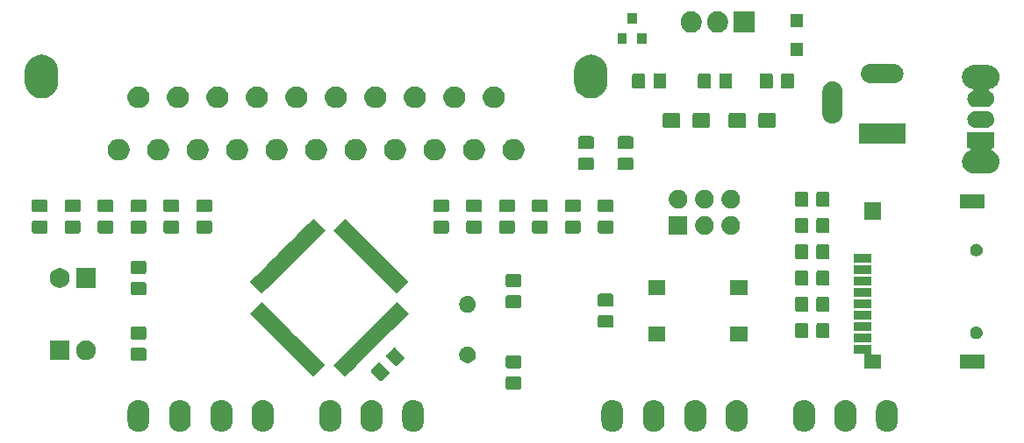
<source format=gbr>
G04 #@! TF.GenerationSoftware,KiCad,Pcbnew,5.1.5-52549c5~84~ubuntu19.10.1*
G04 #@! TF.CreationDate,2020-02-04T21:35:52+01:00*
G04 #@! TF.ProjectId,eduzebox,6564757a-6562-46f7-982e-6b696361645f,rev?*
G04 #@! TF.SameCoordinates,Original*
G04 #@! TF.FileFunction,Soldermask,Top*
G04 #@! TF.FilePolarity,Negative*
%FSLAX46Y46*%
G04 Gerber Fmt 4.6, Leading zero omitted, Abs format (unit mm)*
G04 Created by KiCad (PCBNEW 5.1.5-52549c5~84~ubuntu19.10.1) date 2020-02-04 21:35:52*
%MOMM*%
%LPD*%
G04 APERTURE LIST*
%ADD10C,0.100000*%
G04 APERTURE END LIST*
D10*
G36*
X101171031Y-97524207D02*
G01*
X101369145Y-97584305D01*
X101369148Y-97584306D01*
X101435030Y-97619521D01*
X101551729Y-97681897D01*
X101711765Y-97813235D01*
X101843103Y-97973271D01*
X101843104Y-97973273D01*
X101940694Y-98155851D01*
X101940694Y-98155852D01*
X101940695Y-98155854D01*
X102000793Y-98353968D01*
X102016000Y-98508370D01*
X102016000Y-99611630D01*
X102000793Y-99766032D01*
X101940695Y-99964146D01*
X101940694Y-99964149D01*
X101888939Y-100060975D01*
X101843103Y-100146729D01*
X101711765Y-100306765D01*
X101551729Y-100438103D01*
X101465975Y-100483939D01*
X101369149Y-100535694D01*
X101369146Y-100535695D01*
X101171032Y-100595793D01*
X100965000Y-100616085D01*
X100758969Y-100595793D01*
X100560855Y-100535695D01*
X100560852Y-100535694D01*
X100464026Y-100483939D01*
X100378272Y-100438103D01*
X100218236Y-100306765D01*
X100086898Y-100146729D01*
X100064184Y-100104234D01*
X99989305Y-99964147D01*
X99929207Y-99766030D01*
X99914000Y-99611631D01*
X99914000Y-98508370D01*
X99929207Y-98353971D01*
X99929207Y-98353969D01*
X99989305Y-98155855D01*
X99989306Y-98155852D01*
X100024521Y-98089970D01*
X100086897Y-97973271D01*
X100218235Y-97813235D01*
X100378271Y-97681897D01*
X100464025Y-97636061D01*
X100560851Y-97584306D01*
X100560854Y-97584305D01*
X100758968Y-97524207D01*
X100965000Y-97503915D01*
X101171031Y-97524207D01*
G37*
G36*
X105171031Y-97524207D02*
G01*
X105369145Y-97584305D01*
X105369148Y-97584306D01*
X105435030Y-97619521D01*
X105551729Y-97681897D01*
X105711765Y-97813235D01*
X105843103Y-97973271D01*
X105843104Y-97973273D01*
X105940694Y-98155851D01*
X105940694Y-98155852D01*
X105940695Y-98155854D01*
X106000793Y-98353968D01*
X106016000Y-98508370D01*
X106016000Y-99611630D01*
X106000793Y-99766032D01*
X105940695Y-99964146D01*
X105940694Y-99964149D01*
X105888939Y-100060975D01*
X105843103Y-100146729D01*
X105711765Y-100306765D01*
X105551729Y-100438103D01*
X105465975Y-100483939D01*
X105369149Y-100535694D01*
X105369146Y-100535695D01*
X105171032Y-100595793D01*
X104965000Y-100616085D01*
X104758969Y-100595793D01*
X104560855Y-100535695D01*
X104560852Y-100535694D01*
X104464026Y-100483939D01*
X104378272Y-100438103D01*
X104218236Y-100306765D01*
X104086898Y-100146729D01*
X104064184Y-100104234D01*
X103989305Y-99964147D01*
X103929207Y-99766030D01*
X103914000Y-99611631D01*
X103914000Y-98508370D01*
X103929207Y-98353971D01*
X103929207Y-98353969D01*
X103989305Y-98155855D01*
X103989306Y-98155852D01*
X104024521Y-98089970D01*
X104086897Y-97973271D01*
X104218235Y-97813235D01*
X104378271Y-97681897D01*
X104464025Y-97636061D01*
X104560851Y-97584306D01*
X104560854Y-97584305D01*
X104758968Y-97524207D01*
X104965000Y-97503915D01*
X105171031Y-97524207D01*
G37*
G36*
X173391031Y-97524207D02*
G01*
X173589145Y-97584305D01*
X173589148Y-97584306D01*
X173655030Y-97619521D01*
X173771729Y-97681897D01*
X173931765Y-97813235D01*
X174063103Y-97973271D01*
X174063104Y-97973273D01*
X174160694Y-98155851D01*
X174160694Y-98155852D01*
X174160695Y-98155854D01*
X174220793Y-98353968D01*
X174236000Y-98508370D01*
X174236000Y-99611630D01*
X174220793Y-99766032D01*
X174160695Y-99964146D01*
X174160694Y-99964149D01*
X174108939Y-100060975D01*
X174063103Y-100146729D01*
X173931765Y-100306765D01*
X173771729Y-100438103D01*
X173685975Y-100483939D01*
X173589149Y-100535694D01*
X173589146Y-100535695D01*
X173391032Y-100595793D01*
X173185000Y-100616085D01*
X172978969Y-100595793D01*
X172780855Y-100535695D01*
X172780852Y-100535694D01*
X172684026Y-100483939D01*
X172598272Y-100438103D01*
X172438236Y-100306765D01*
X172306898Y-100146729D01*
X172284184Y-100104235D01*
X172209305Y-99964147D01*
X172149207Y-99766030D01*
X172134000Y-99611631D01*
X172134000Y-98508370D01*
X172149207Y-98353971D01*
X172149207Y-98353969D01*
X172209305Y-98155855D01*
X172209306Y-98155852D01*
X172244521Y-98089970D01*
X172306897Y-97973271D01*
X172438235Y-97813235D01*
X172598271Y-97681897D01*
X172684025Y-97636061D01*
X172780851Y-97584306D01*
X172780854Y-97584305D01*
X172978968Y-97524207D01*
X173185000Y-97503915D01*
X173391031Y-97524207D01*
G37*
G36*
X169391031Y-97524207D02*
G01*
X169589145Y-97584305D01*
X169589148Y-97584306D01*
X169655030Y-97619521D01*
X169771729Y-97681897D01*
X169931765Y-97813235D01*
X170063103Y-97973271D01*
X170063104Y-97973273D01*
X170160694Y-98155851D01*
X170160694Y-98155852D01*
X170160695Y-98155854D01*
X170220793Y-98353968D01*
X170236000Y-98508370D01*
X170236000Y-99611630D01*
X170220793Y-99766032D01*
X170160695Y-99964146D01*
X170160694Y-99964149D01*
X170108939Y-100060975D01*
X170063103Y-100146729D01*
X169931765Y-100306765D01*
X169771729Y-100438103D01*
X169685975Y-100483939D01*
X169589149Y-100535694D01*
X169589146Y-100535695D01*
X169391032Y-100595793D01*
X169185000Y-100616085D01*
X168978969Y-100595793D01*
X168780855Y-100535695D01*
X168780852Y-100535694D01*
X168684026Y-100483939D01*
X168598272Y-100438103D01*
X168438236Y-100306765D01*
X168306898Y-100146729D01*
X168284184Y-100104235D01*
X168209305Y-99964147D01*
X168149207Y-99766030D01*
X168134000Y-99611631D01*
X168134000Y-98508370D01*
X168149207Y-98353971D01*
X168149207Y-98353969D01*
X168209305Y-98155855D01*
X168209306Y-98155852D01*
X168244521Y-98089970D01*
X168306897Y-97973271D01*
X168438235Y-97813235D01*
X168598271Y-97681897D01*
X168684025Y-97636061D01*
X168780851Y-97584306D01*
X168780854Y-97584305D01*
X168978968Y-97524207D01*
X169185000Y-97503915D01*
X169391031Y-97524207D01*
G37*
G36*
X165391031Y-97524207D02*
G01*
X165589145Y-97584305D01*
X165589148Y-97584306D01*
X165655030Y-97619521D01*
X165771729Y-97681897D01*
X165931765Y-97813235D01*
X166063103Y-97973271D01*
X166063104Y-97973273D01*
X166160694Y-98155851D01*
X166160694Y-98155852D01*
X166160695Y-98155854D01*
X166220793Y-98353968D01*
X166236000Y-98508370D01*
X166236000Y-99611630D01*
X166220793Y-99766032D01*
X166160695Y-99964146D01*
X166160694Y-99964149D01*
X166108939Y-100060975D01*
X166063103Y-100146729D01*
X165931765Y-100306765D01*
X165771729Y-100438103D01*
X165685975Y-100483939D01*
X165589149Y-100535694D01*
X165589146Y-100535695D01*
X165391032Y-100595793D01*
X165185000Y-100616085D01*
X164978969Y-100595793D01*
X164780855Y-100535695D01*
X164780852Y-100535694D01*
X164684026Y-100483939D01*
X164598272Y-100438103D01*
X164438236Y-100306765D01*
X164306898Y-100146729D01*
X164284184Y-100104235D01*
X164209305Y-99964147D01*
X164149207Y-99766030D01*
X164134000Y-99611631D01*
X164134000Y-98508370D01*
X164149207Y-98353971D01*
X164149207Y-98353969D01*
X164209305Y-98155855D01*
X164209306Y-98155852D01*
X164244521Y-98089970D01*
X164306897Y-97973271D01*
X164438235Y-97813235D01*
X164598271Y-97681897D01*
X164684025Y-97636061D01*
X164780851Y-97584306D01*
X164780854Y-97584305D01*
X164978968Y-97524207D01*
X165185000Y-97503915D01*
X165391031Y-97524207D01*
G37*
G36*
X158891031Y-97524207D02*
G01*
X159089145Y-97584305D01*
X159089148Y-97584306D01*
X159155030Y-97619521D01*
X159271729Y-97681897D01*
X159431765Y-97813235D01*
X159563103Y-97973271D01*
X159563104Y-97973273D01*
X159660694Y-98155851D01*
X159660694Y-98155852D01*
X159660695Y-98155854D01*
X159720793Y-98353968D01*
X159736000Y-98508370D01*
X159736000Y-99611630D01*
X159720793Y-99766032D01*
X159660695Y-99964146D01*
X159660694Y-99964149D01*
X159608939Y-100060975D01*
X159563103Y-100146729D01*
X159431765Y-100306765D01*
X159271729Y-100438103D01*
X159185975Y-100483939D01*
X159089149Y-100535694D01*
X159089146Y-100535695D01*
X158891032Y-100595793D01*
X158685000Y-100616085D01*
X158478969Y-100595793D01*
X158280855Y-100535695D01*
X158280852Y-100535694D01*
X158184026Y-100483939D01*
X158098272Y-100438103D01*
X157938236Y-100306765D01*
X157806898Y-100146729D01*
X157784184Y-100104235D01*
X157709305Y-99964147D01*
X157649207Y-99766030D01*
X157634000Y-99611631D01*
X157634000Y-98508370D01*
X157649207Y-98353971D01*
X157649207Y-98353969D01*
X157709305Y-98155855D01*
X157709306Y-98155852D01*
X157744521Y-98089970D01*
X157806897Y-97973271D01*
X157938235Y-97813235D01*
X158098271Y-97681897D01*
X158184025Y-97636061D01*
X158280851Y-97584306D01*
X158280854Y-97584305D01*
X158478968Y-97524207D01*
X158685000Y-97503915D01*
X158891031Y-97524207D01*
G37*
G36*
X154891031Y-97524207D02*
G01*
X155089145Y-97584305D01*
X155089148Y-97584306D01*
X155155030Y-97619521D01*
X155271729Y-97681897D01*
X155431765Y-97813235D01*
X155563103Y-97973271D01*
X155563104Y-97973273D01*
X155660694Y-98155851D01*
X155660694Y-98155852D01*
X155660695Y-98155854D01*
X155720793Y-98353968D01*
X155736000Y-98508370D01*
X155736000Y-99611630D01*
X155720793Y-99766032D01*
X155660695Y-99964146D01*
X155660694Y-99964149D01*
X155608939Y-100060975D01*
X155563103Y-100146729D01*
X155431765Y-100306765D01*
X155271729Y-100438103D01*
X155185975Y-100483939D01*
X155089149Y-100535694D01*
X155089146Y-100535695D01*
X154891032Y-100595793D01*
X154685000Y-100616085D01*
X154478969Y-100595793D01*
X154280855Y-100535695D01*
X154280852Y-100535694D01*
X154184026Y-100483939D01*
X154098272Y-100438103D01*
X153938236Y-100306765D01*
X153806898Y-100146729D01*
X153784184Y-100104235D01*
X153709305Y-99964147D01*
X153649207Y-99766030D01*
X153634000Y-99611631D01*
X153634000Y-98508370D01*
X153649207Y-98353971D01*
X153649207Y-98353969D01*
X153709305Y-98155855D01*
X153709306Y-98155852D01*
X153744521Y-98089970D01*
X153806897Y-97973271D01*
X153938235Y-97813235D01*
X154098271Y-97681897D01*
X154184025Y-97636061D01*
X154280851Y-97584306D01*
X154280854Y-97584305D01*
X154478968Y-97524207D01*
X154685000Y-97503915D01*
X154891031Y-97524207D01*
G37*
G36*
X150891031Y-97524207D02*
G01*
X151089145Y-97584305D01*
X151089148Y-97584306D01*
X151155030Y-97619521D01*
X151271729Y-97681897D01*
X151431765Y-97813235D01*
X151563103Y-97973271D01*
X151563104Y-97973273D01*
X151660694Y-98155851D01*
X151660694Y-98155852D01*
X151660695Y-98155854D01*
X151720793Y-98353968D01*
X151736000Y-98508370D01*
X151736000Y-99611630D01*
X151720793Y-99766032D01*
X151660695Y-99964146D01*
X151660694Y-99964149D01*
X151608939Y-100060975D01*
X151563103Y-100146729D01*
X151431765Y-100306765D01*
X151271729Y-100438103D01*
X151185975Y-100483939D01*
X151089149Y-100535694D01*
X151089146Y-100535695D01*
X150891032Y-100595793D01*
X150685000Y-100616085D01*
X150478969Y-100595793D01*
X150280855Y-100535695D01*
X150280852Y-100535694D01*
X150184026Y-100483939D01*
X150098272Y-100438103D01*
X149938236Y-100306765D01*
X149806898Y-100146729D01*
X149784184Y-100104235D01*
X149709305Y-99964147D01*
X149649207Y-99766030D01*
X149634000Y-99611631D01*
X149634000Y-98508370D01*
X149649207Y-98353971D01*
X149649207Y-98353969D01*
X149709305Y-98155855D01*
X149709306Y-98155852D01*
X149744521Y-98089970D01*
X149806897Y-97973271D01*
X149938235Y-97813235D01*
X150098271Y-97681897D01*
X150184025Y-97636061D01*
X150280851Y-97584306D01*
X150280854Y-97584305D01*
X150478968Y-97524207D01*
X150685000Y-97503915D01*
X150891031Y-97524207D01*
G37*
G36*
X127671031Y-97524207D02*
G01*
X127869145Y-97584305D01*
X127869148Y-97584306D01*
X127935030Y-97619521D01*
X128051729Y-97681897D01*
X128211765Y-97813235D01*
X128343103Y-97973271D01*
X128343104Y-97973273D01*
X128440694Y-98155851D01*
X128440694Y-98155852D01*
X128440695Y-98155854D01*
X128500793Y-98353968D01*
X128516000Y-98508370D01*
X128516000Y-99611630D01*
X128500793Y-99766032D01*
X128440695Y-99964146D01*
X128440694Y-99964149D01*
X128388939Y-100060975D01*
X128343103Y-100146729D01*
X128211765Y-100306765D01*
X128051729Y-100438103D01*
X127965975Y-100483939D01*
X127869149Y-100535694D01*
X127869146Y-100535695D01*
X127671032Y-100595793D01*
X127465000Y-100616085D01*
X127258969Y-100595793D01*
X127060855Y-100535695D01*
X127060852Y-100535694D01*
X126964026Y-100483939D01*
X126878272Y-100438103D01*
X126718236Y-100306765D01*
X126586898Y-100146729D01*
X126564184Y-100104235D01*
X126489305Y-99964147D01*
X126429207Y-99766030D01*
X126414000Y-99611631D01*
X126414000Y-98508370D01*
X126429207Y-98353971D01*
X126429207Y-98353969D01*
X126489305Y-98155855D01*
X126489306Y-98155852D01*
X126524521Y-98089970D01*
X126586897Y-97973271D01*
X126718235Y-97813235D01*
X126878271Y-97681897D01*
X126964025Y-97636061D01*
X127060851Y-97584306D01*
X127060854Y-97584305D01*
X127258968Y-97524207D01*
X127465000Y-97503915D01*
X127671031Y-97524207D01*
G37*
G36*
X123671031Y-97524207D02*
G01*
X123869145Y-97584305D01*
X123869148Y-97584306D01*
X123935030Y-97619521D01*
X124051729Y-97681897D01*
X124211765Y-97813235D01*
X124343103Y-97973271D01*
X124343104Y-97973273D01*
X124440694Y-98155851D01*
X124440694Y-98155852D01*
X124440695Y-98155854D01*
X124500793Y-98353968D01*
X124516000Y-98508370D01*
X124516000Y-99611630D01*
X124500793Y-99766032D01*
X124440695Y-99964146D01*
X124440694Y-99964149D01*
X124388939Y-100060975D01*
X124343103Y-100146729D01*
X124211765Y-100306765D01*
X124051729Y-100438103D01*
X123965975Y-100483939D01*
X123869149Y-100535694D01*
X123869146Y-100535695D01*
X123671032Y-100595793D01*
X123465000Y-100616085D01*
X123258969Y-100595793D01*
X123060855Y-100535695D01*
X123060852Y-100535694D01*
X122964026Y-100483939D01*
X122878272Y-100438103D01*
X122718236Y-100306765D01*
X122586898Y-100146729D01*
X122564184Y-100104235D01*
X122489305Y-99964147D01*
X122429207Y-99766030D01*
X122414000Y-99611631D01*
X122414000Y-98508370D01*
X122429207Y-98353971D01*
X122429207Y-98353969D01*
X122489305Y-98155855D01*
X122489306Y-98155852D01*
X122524521Y-98089970D01*
X122586897Y-97973271D01*
X122718235Y-97813235D01*
X122878271Y-97681897D01*
X122964025Y-97636061D01*
X123060851Y-97584306D01*
X123060854Y-97584305D01*
X123258968Y-97524207D01*
X123465000Y-97503915D01*
X123671031Y-97524207D01*
G37*
G36*
X119671031Y-97524207D02*
G01*
X119869145Y-97584305D01*
X119869148Y-97584306D01*
X119935030Y-97619521D01*
X120051729Y-97681897D01*
X120211765Y-97813235D01*
X120343103Y-97973271D01*
X120343104Y-97973273D01*
X120440694Y-98155851D01*
X120440694Y-98155852D01*
X120440695Y-98155854D01*
X120500793Y-98353968D01*
X120516000Y-98508370D01*
X120516000Y-99611630D01*
X120500793Y-99766032D01*
X120440695Y-99964146D01*
X120440694Y-99964149D01*
X120388939Y-100060975D01*
X120343103Y-100146729D01*
X120211765Y-100306765D01*
X120051729Y-100438103D01*
X119965975Y-100483939D01*
X119869149Y-100535694D01*
X119869146Y-100535695D01*
X119671032Y-100595793D01*
X119465000Y-100616085D01*
X119258969Y-100595793D01*
X119060855Y-100535695D01*
X119060852Y-100535694D01*
X118964026Y-100483939D01*
X118878272Y-100438103D01*
X118718236Y-100306765D01*
X118586898Y-100146729D01*
X118564184Y-100104234D01*
X118489305Y-99964147D01*
X118429207Y-99766030D01*
X118414000Y-99611631D01*
X118414000Y-98508370D01*
X118429207Y-98353971D01*
X118429207Y-98353969D01*
X118489305Y-98155855D01*
X118489306Y-98155852D01*
X118524521Y-98089970D01*
X118586897Y-97973271D01*
X118718235Y-97813235D01*
X118878271Y-97681897D01*
X118964025Y-97636061D01*
X119060851Y-97584306D01*
X119060854Y-97584305D01*
X119258968Y-97524207D01*
X119465000Y-97503915D01*
X119671031Y-97524207D01*
G37*
G36*
X113171031Y-97524207D02*
G01*
X113369145Y-97584305D01*
X113369148Y-97584306D01*
X113435030Y-97619521D01*
X113551729Y-97681897D01*
X113711765Y-97813235D01*
X113843103Y-97973271D01*
X113843104Y-97973273D01*
X113940694Y-98155851D01*
X113940694Y-98155852D01*
X113940695Y-98155854D01*
X114000793Y-98353968D01*
X114016000Y-98508370D01*
X114016000Y-99611630D01*
X114000793Y-99766032D01*
X113940695Y-99964146D01*
X113940694Y-99964149D01*
X113888939Y-100060975D01*
X113843103Y-100146729D01*
X113711765Y-100306765D01*
X113551729Y-100438103D01*
X113465975Y-100483939D01*
X113369149Y-100535694D01*
X113369146Y-100535695D01*
X113171032Y-100595793D01*
X112965000Y-100616085D01*
X112758969Y-100595793D01*
X112560855Y-100535695D01*
X112560852Y-100535694D01*
X112464026Y-100483939D01*
X112378272Y-100438103D01*
X112218236Y-100306765D01*
X112086898Y-100146729D01*
X112064184Y-100104234D01*
X111989305Y-99964147D01*
X111929207Y-99766030D01*
X111914000Y-99611631D01*
X111914000Y-98508370D01*
X111929207Y-98353971D01*
X111929207Y-98353969D01*
X111989305Y-98155855D01*
X111989306Y-98155852D01*
X112024521Y-98089970D01*
X112086897Y-97973271D01*
X112218235Y-97813235D01*
X112378271Y-97681897D01*
X112464025Y-97636061D01*
X112560851Y-97584306D01*
X112560854Y-97584305D01*
X112758968Y-97524207D01*
X112965000Y-97503915D01*
X113171031Y-97524207D01*
G37*
G36*
X109171031Y-97524207D02*
G01*
X109369145Y-97584305D01*
X109369148Y-97584306D01*
X109435030Y-97619521D01*
X109551729Y-97681897D01*
X109711765Y-97813235D01*
X109843103Y-97973271D01*
X109843104Y-97973273D01*
X109940694Y-98155851D01*
X109940694Y-98155852D01*
X109940695Y-98155854D01*
X110000793Y-98353968D01*
X110016000Y-98508370D01*
X110016000Y-99611630D01*
X110000793Y-99766032D01*
X109940695Y-99964146D01*
X109940694Y-99964149D01*
X109888939Y-100060975D01*
X109843103Y-100146729D01*
X109711765Y-100306765D01*
X109551729Y-100438103D01*
X109465975Y-100483939D01*
X109369149Y-100535694D01*
X109369146Y-100535695D01*
X109171032Y-100595793D01*
X108965000Y-100616085D01*
X108758969Y-100595793D01*
X108560855Y-100535695D01*
X108560852Y-100535694D01*
X108464026Y-100483939D01*
X108378272Y-100438103D01*
X108218236Y-100306765D01*
X108086898Y-100146729D01*
X108064184Y-100104234D01*
X107989305Y-99964147D01*
X107929207Y-99766030D01*
X107914000Y-99611631D01*
X107914000Y-98508370D01*
X107929207Y-98353971D01*
X107929207Y-98353969D01*
X107989305Y-98155855D01*
X107989306Y-98155852D01*
X108024521Y-98089970D01*
X108086897Y-97973271D01*
X108218235Y-97813235D01*
X108378271Y-97681897D01*
X108464025Y-97636061D01*
X108560851Y-97584306D01*
X108560854Y-97584305D01*
X108758968Y-97524207D01*
X108965000Y-97503915D01*
X109171031Y-97524207D01*
G37*
G36*
X146891031Y-97524207D02*
G01*
X147089145Y-97584305D01*
X147089148Y-97584306D01*
X147155030Y-97619521D01*
X147271729Y-97681897D01*
X147431765Y-97813235D01*
X147563103Y-97973271D01*
X147563104Y-97973273D01*
X147660694Y-98155851D01*
X147660694Y-98155852D01*
X147660695Y-98155854D01*
X147720793Y-98353968D01*
X147736000Y-98508370D01*
X147736000Y-99611630D01*
X147720793Y-99766032D01*
X147660695Y-99964146D01*
X147660694Y-99964149D01*
X147608939Y-100060975D01*
X147563103Y-100146729D01*
X147431765Y-100306765D01*
X147271729Y-100438103D01*
X147185975Y-100483939D01*
X147089149Y-100535694D01*
X147089146Y-100535695D01*
X146891032Y-100595793D01*
X146685000Y-100616085D01*
X146478969Y-100595793D01*
X146280855Y-100535695D01*
X146280852Y-100535694D01*
X146184026Y-100483939D01*
X146098272Y-100438103D01*
X145938236Y-100306765D01*
X145806898Y-100146729D01*
X145784184Y-100104235D01*
X145709305Y-99964147D01*
X145649207Y-99766030D01*
X145634000Y-99611631D01*
X145634000Y-98508370D01*
X145649207Y-98353971D01*
X145649207Y-98353969D01*
X145709305Y-98155855D01*
X145709306Y-98155852D01*
X145744521Y-98089970D01*
X145806897Y-97973271D01*
X145938235Y-97813235D01*
X146098271Y-97681897D01*
X146184025Y-97636061D01*
X146280851Y-97584306D01*
X146280854Y-97584305D01*
X146478968Y-97524207D01*
X146685000Y-97503915D01*
X146891031Y-97524207D01*
G37*
G36*
X137748674Y-95263465D02*
G01*
X137786367Y-95274899D01*
X137821103Y-95293466D01*
X137851548Y-95318452D01*
X137876534Y-95348897D01*
X137895101Y-95383633D01*
X137906535Y-95421326D01*
X137911000Y-95466661D01*
X137911000Y-96303339D01*
X137906535Y-96348674D01*
X137895101Y-96386367D01*
X137876534Y-96421103D01*
X137851548Y-96451548D01*
X137821103Y-96476534D01*
X137786367Y-96495101D01*
X137748674Y-96506535D01*
X137703339Y-96511000D01*
X136616661Y-96511000D01*
X136571326Y-96506535D01*
X136533633Y-96495101D01*
X136498897Y-96476534D01*
X136468452Y-96451548D01*
X136443466Y-96421103D01*
X136424899Y-96386367D01*
X136413465Y-96348674D01*
X136409000Y-96303339D01*
X136409000Y-95466661D01*
X136413465Y-95421326D01*
X136424899Y-95383633D01*
X136443466Y-95348897D01*
X136468452Y-95318452D01*
X136498897Y-95293466D01*
X136533633Y-95274899D01*
X136571326Y-95263465D01*
X136616661Y-95259000D01*
X137703339Y-95259000D01*
X137748674Y-95263465D01*
G37*
G36*
X124231239Y-93908820D02*
G01*
X124268932Y-93920254D01*
X124303668Y-93938821D01*
X124338881Y-93967719D01*
X125107281Y-94736119D01*
X125136179Y-94771332D01*
X125154746Y-94806068D01*
X125166180Y-94843761D01*
X125170040Y-94882956D01*
X125166180Y-94922151D01*
X125154746Y-94959844D01*
X125136179Y-94994580D01*
X125107281Y-95029793D01*
X124515657Y-95621417D01*
X124480444Y-95650315D01*
X124445708Y-95668882D01*
X124408015Y-95680316D01*
X124368820Y-95684176D01*
X124329625Y-95680316D01*
X124291932Y-95668882D01*
X124257196Y-95650315D01*
X124221983Y-95621417D01*
X123453583Y-94853017D01*
X123424685Y-94817804D01*
X123406118Y-94783068D01*
X123394684Y-94745375D01*
X123390824Y-94706180D01*
X123394684Y-94666985D01*
X123406118Y-94629292D01*
X123424685Y-94594556D01*
X123453583Y-94559343D01*
X124045207Y-93967719D01*
X124080420Y-93938821D01*
X124115156Y-93920254D01*
X124152849Y-93908820D01*
X124192044Y-93904960D01*
X124231239Y-93908820D01*
G37*
G36*
X127035845Y-89167958D02*
G01*
X126486424Y-89717379D01*
X125920738Y-90283064D01*
X125427177Y-90776626D01*
X122526626Y-93677177D01*
X121960940Y-94242862D01*
X121467379Y-94736424D01*
X120917958Y-95285845D01*
X119785173Y-94153060D01*
X120246206Y-93692027D01*
X120262471Y-93675763D01*
X120262480Y-93675752D01*
X121465954Y-92472278D01*
X121465965Y-92472269D01*
X121482230Y-92456005D01*
X121482229Y-92456004D01*
X121943262Y-91994971D01*
X121943263Y-91994972D01*
X121959527Y-91978707D01*
X121959536Y-91978696D01*
X122597325Y-91340907D01*
X122597336Y-91340898D01*
X122613601Y-91324634D01*
X122613600Y-91324633D01*
X123074633Y-90863600D01*
X123074634Y-90863601D01*
X123090898Y-90847336D01*
X123090907Y-90847325D01*
X123728696Y-90209536D01*
X123728707Y-90209527D01*
X123744972Y-90193263D01*
X123744971Y-90193262D01*
X124206004Y-89732229D01*
X124206005Y-89732230D01*
X124222269Y-89715965D01*
X124222278Y-89715954D01*
X125425752Y-88512480D01*
X125425763Y-88512471D01*
X125442027Y-88496206D01*
X125903060Y-88035173D01*
X127035845Y-89167958D01*
G37*
G36*
X113334238Y-88512471D02*
G01*
X113334244Y-88512476D01*
X114537727Y-89715959D01*
X114537732Y-89715965D01*
X115031294Y-90209527D01*
X115031300Y-90209532D01*
X115669098Y-90847330D01*
X115669103Y-90847336D01*
X116162665Y-91340898D01*
X116162671Y-91340903D01*
X116800469Y-91978701D01*
X116800474Y-91978707D01*
X117294036Y-92472269D01*
X117294042Y-92472274D01*
X118497525Y-93675757D01*
X118497530Y-93675763D01*
X118974827Y-94153060D01*
X117842042Y-95285845D01*
X117292627Y-94736430D01*
X117292622Y-94736424D01*
X116233375Y-93677177D01*
X116233369Y-93677172D01*
X115595571Y-93039374D01*
X115595566Y-93039368D01*
X115102004Y-92545806D01*
X115101998Y-92545801D01*
X114464200Y-91908003D01*
X114464195Y-91907997D01*
X113970633Y-91414435D01*
X113970627Y-91414430D01*
X113332829Y-90776632D01*
X113332824Y-90776626D01*
X112273577Y-89717379D01*
X112273571Y-89717374D01*
X111724155Y-89167958D01*
X112856940Y-88035173D01*
X113334238Y-88512471D01*
G37*
G36*
X182566000Y-94471000D02*
G01*
X180264000Y-94471000D01*
X180264000Y-93169000D01*
X182566000Y-93169000D01*
X182566000Y-94471000D01*
G37*
G36*
X171666000Y-93044001D02*
G01*
X171668402Y-93068387D01*
X171675515Y-93091836D01*
X171687066Y-93113447D01*
X171702611Y-93132389D01*
X171721553Y-93147934D01*
X171743164Y-93159485D01*
X171766613Y-93166598D01*
X171790999Y-93169000D01*
X172616000Y-93169000D01*
X172616000Y-94471000D01*
X171014000Y-94471000D01*
X171014000Y-93145999D01*
X171011598Y-93121613D01*
X171004485Y-93098164D01*
X170992934Y-93076553D01*
X170977389Y-93057611D01*
X170958447Y-93042066D01*
X170936836Y-93030515D01*
X170913387Y-93023402D01*
X170889001Y-93021000D01*
X169964000Y-93021000D01*
X169964000Y-92219000D01*
X171666000Y-92219000D01*
X171666000Y-93044001D01*
G37*
G36*
X137748674Y-93213465D02*
G01*
X137786367Y-93224899D01*
X137821103Y-93243466D01*
X137851548Y-93268452D01*
X137876534Y-93298897D01*
X137895101Y-93333633D01*
X137906535Y-93371326D01*
X137911000Y-93416661D01*
X137911000Y-94253339D01*
X137906535Y-94298674D01*
X137895101Y-94336367D01*
X137876534Y-94371103D01*
X137851548Y-94401548D01*
X137821103Y-94426534D01*
X137786367Y-94445101D01*
X137748674Y-94456535D01*
X137703339Y-94461000D01*
X136616661Y-94461000D01*
X136571326Y-94456535D01*
X136533633Y-94445101D01*
X136498897Y-94426534D01*
X136468452Y-94401548D01*
X136443466Y-94371103D01*
X136424899Y-94336367D01*
X136413465Y-94298674D01*
X136409000Y-94253339D01*
X136409000Y-93416661D01*
X136413465Y-93371326D01*
X136424899Y-93333633D01*
X136443466Y-93298897D01*
X136468452Y-93268452D01*
X136498897Y-93243466D01*
X136533633Y-93224899D01*
X136571326Y-93213465D01*
X136616661Y-93209000D01*
X137703339Y-93209000D01*
X137748674Y-93213465D01*
G37*
G36*
X125680807Y-92459252D02*
G01*
X125718500Y-92470686D01*
X125753236Y-92489253D01*
X125788449Y-92518151D01*
X126556849Y-93286551D01*
X126585747Y-93321764D01*
X126604314Y-93356500D01*
X126615748Y-93394193D01*
X126619608Y-93433388D01*
X126615748Y-93472583D01*
X126604314Y-93510276D01*
X126585747Y-93545012D01*
X126556849Y-93580225D01*
X125965225Y-94171849D01*
X125930012Y-94200747D01*
X125895276Y-94219314D01*
X125857583Y-94230748D01*
X125818388Y-94234608D01*
X125779193Y-94230748D01*
X125741500Y-94219314D01*
X125706764Y-94200747D01*
X125671551Y-94171849D01*
X124903151Y-93403449D01*
X124874253Y-93368236D01*
X124855686Y-93333500D01*
X124844252Y-93295807D01*
X124840392Y-93256612D01*
X124844252Y-93217417D01*
X124855686Y-93179724D01*
X124874253Y-93144988D01*
X124903151Y-93109775D01*
X125494775Y-92518151D01*
X125529988Y-92489253D01*
X125564724Y-92470686D01*
X125602417Y-92459252D01*
X125641612Y-92455392D01*
X125680807Y-92459252D01*
G37*
G36*
X132948642Y-92374781D02*
G01*
X133094414Y-92435162D01*
X133094416Y-92435163D01*
X133225608Y-92522822D01*
X133337178Y-92634392D01*
X133376388Y-92693075D01*
X133424838Y-92765586D01*
X133485219Y-92911358D01*
X133516000Y-93066107D01*
X133516000Y-93223893D01*
X133485219Y-93378642D01*
X133454076Y-93453827D01*
X133424837Y-93524416D01*
X133337178Y-93655608D01*
X133225608Y-93767178D01*
X133094416Y-93854837D01*
X133094415Y-93854838D01*
X133094414Y-93854838D01*
X132948642Y-93915219D01*
X132793893Y-93946000D01*
X132636107Y-93946000D01*
X132481358Y-93915219D01*
X132335586Y-93854838D01*
X132335585Y-93854838D01*
X132335584Y-93854837D01*
X132204392Y-93767178D01*
X132092822Y-93655608D01*
X132005163Y-93524416D01*
X131975924Y-93453827D01*
X131944781Y-93378642D01*
X131914000Y-93223893D01*
X131914000Y-93066107D01*
X131944781Y-92911358D01*
X132005162Y-92765586D01*
X132053612Y-92693075D01*
X132092822Y-92634392D01*
X132204392Y-92522822D01*
X132335584Y-92435163D01*
X132335586Y-92435162D01*
X132481358Y-92374781D01*
X132636107Y-92344000D01*
X132793893Y-92344000D01*
X132948642Y-92374781D01*
G37*
G36*
X101553674Y-92478465D02*
G01*
X101591367Y-92489899D01*
X101626103Y-92508466D01*
X101656548Y-92533452D01*
X101681534Y-92563897D01*
X101700101Y-92598633D01*
X101711535Y-92636326D01*
X101716000Y-92681661D01*
X101716000Y-93518339D01*
X101711535Y-93563674D01*
X101700101Y-93601367D01*
X101681534Y-93636103D01*
X101656548Y-93666548D01*
X101626103Y-93691534D01*
X101591367Y-93710101D01*
X101553674Y-93721535D01*
X101508339Y-93726000D01*
X100421661Y-93726000D01*
X100376326Y-93721535D01*
X100338633Y-93710101D01*
X100303897Y-93691534D01*
X100273452Y-93666548D01*
X100248466Y-93636103D01*
X100229899Y-93601367D01*
X100218465Y-93563674D01*
X100214000Y-93518339D01*
X100214000Y-92681661D01*
X100218465Y-92636326D01*
X100229899Y-92598633D01*
X100248466Y-92563897D01*
X100273452Y-92533452D01*
X100303897Y-92508466D01*
X100338633Y-92489899D01*
X100376326Y-92478465D01*
X100421661Y-92474000D01*
X101508339Y-92474000D01*
X101553674Y-92478465D01*
G37*
G36*
X94296000Y-93661000D02*
G01*
X92394000Y-93661000D01*
X92394000Y-91759000D01*
X94296000Y-91759000D01*
X94296000Y-93661000D01*
G37*
G36*
X96162395Y-91795546D02*
G01*
X96335466Y-91867234D01*
X96372130Y-91891732D01*
X96491227Y-91971310D01*
X96623690Y-92103773D01*
X96623691Y-92103775D01*
X96727766Y-92259534D01*
X96799454Y-92432605D01*
X96836000Y-92616333D01*
X96836000Y-92803667D01*
X96799454Y-92987395D01*
X96727766Y-93160466D01*
X96692353Y-93213465D01*
X96623690Y-93316227D01*
X96491227Y-93448690D01*
X96434661Y-93486486D01*
X96335466Y-93552766D01*
X96162395Y-93624454D01*
X95978667Y-93661000D01*
X95791333Y-93661000D01*
X95607605Y-93624454D01*
X95434534Y-93552766D01*
X95335339Y-93486486D01*
X95278773Y-93448690D01*
X95146310Y-93316227D01*
X95077647Y-93213465D01*
X95042234Y-93160466D01*
X94970546Y-92987395D01*
X94934000Y-92803667D01*
X94934000Y-92616333D01*
X94970546Y-92432605D01*
X95042234Y-92259534D01*
X95146309Y-92103775D01*
X95146310Y-92103773D01*
X95278773Y-91971310D01*
X95397870Y-91891732D01*
X95434534Y-91867234D01*
X95607605Y-91795546D01*
X95791333Y-91759000D01*
X95978667Y-91759000D01*
X96162395Y-91795546D01*
G37*
G36*
X171666000Y-91921000D02*
G01*
X169964000Y-91921000D01*
X169964000Y-91119000D01*
X171666000Y-91119000D01*
X171666000Y-91921000D01*
G37*
G36*
X159741000Y-91851000D02*
G01*
X158089000Y-91851000D01*
X158089000Y-90449000D01*
X159741000Y-90449000D01*
X159741000Y-91851000D01*
G37*
G36*
X151791000Y-91851000D02*
G01*
X150139000Y-91851000D01*
X150139000Y-90449000D01*
X151791000Y-90449000D01*
X151791000Y-91851000D01*
G37*
G36*
X101553674Y-90428465D02*
G01*
X101591367Y-90439899D01*
X101626103Y-90458466D01*
X101656548Y-90483452D01*
X101681534Y-90513897D01*
X101700101Y-90548633D01*
X101711535Y-90586326D01*
X101716000Y-90631661D01*
X101716000Y-91468339D01*
X101711535Y-91513674D01*
X101700101Y-91551367D01*
X101681534Y-91586103D01*
X101656548Y-91616548D01*
X101626103Y-91641534D01*
X101591367Y-91660101D01*
X101553674Y-91671535D01*
X101508339Y-91676000D01*
X100421661Y-91676000D01*
X100376326Y-91671535D01*
X100338633Y-91660101D01*
X100303897Y-91641534D01*
X100273452Y-91616548D01*
X100248466Y-91586103D01*
X100229899Y-91551367D01*
X100218465Y-91513674D01*
X100214000Y-91468339D01*
X100214000Y-90631661D01*
X100218465Y-90586326D01*
X100229899Y-90548633D01*
X100248466Y-90513897D01*
X100273452Y-90483452D01*
X100303897Y-90458466D01*
X100338633Y-90439899D01*
X100376326Y-90428465D01*
X100421661Y-90424000D01*
X101508339Y-90424000D01*
X101553674Y-90428465D01*
G37*
G36*
X181951601Y-90434397D02*
G01*
X181990305Y-90442096D01*
X182022340Y-90455365D01*
X182099680Y-90487400D01*
X182198115Y-90553173D01*
X182281827Y-90636885D01*
X182347600Y-90735320D01*
X182392904Y-90844696D01*
X182416000Y-90960805D01*
X182416000Y-91079195D01*
X182392904Y-91195304D01*
X182347600Y-91304680D01*
X182281827Y-91403115D01*
X182198115Y-91486827D01*
X182099680Y-91552600D01*
X182022340Y-91584635D01*
X181990305Y-91597904D01*
X181951601Y-91605603D01*
X181874195Y-91621000D01*
X181755805Y-91621000D01*
X181678399Y-91605603D01*
X181639695Y-91597904D01*
X181607660Y-91584635D01*
X181530320Y-91552600D01*
X181431885Y-91486827D01*
X181348173Y-91403115D01*
X181282400Y-91304680D01*
X181237096Y-91195304D01*
X181214000Y-91079195D01*
X181214000Y-90960805D01*
X181237096Y-90844696D01*
X181282400Y-90735320D01*
X181348173Y-90636885D01*
X181431885Y-90553173D01*
X181530320Y-90487400D01*
X181607660Y-90455365D01*
X181639695Y-90442096D01*
X181678399Y-90434397D01*
X181755805Y-90419000D01*
X181874195Y-90419000D01*
X181951601Y-90434397D01*
G37*
G36*
X167468674Y-90058465D02*
G01*
X167506367Y-90069899D01*
X167541103Y-90088466D01*
X167571548Y-90113452D01*
X167596534Y-90143897D01*
X167615101Y-90178633D01*
X167626535Y-90216326D01*
X167631000Y-90261661D01*
X167631000Y-91348339D01*
X167626535Y-91393674D01*
X167615101Y-91431367D01*
X167596534Y-91466103D01*
X167571548Y-91496548D01*
X167541103Y-91521534D01*
X167506367Y-91540101D01*
X167468674Y-91551535D01*
X167423339Y-91556000D01*
X166586661Y-91556000D01*
X166541326Y-91551535D01*
X166503633Y-91540101D01*
X166468897Y-91521534D01*
X166438452Y-91496548D01*
X166413466Y-91466103D01*
X166394899Y-91431367D01*
X166383465Y-91393674D01*
X166379000Y-91348339D01*
X166379000Y-90261661D01*
X166383465Y-90216326D01*
X166394899Y-90178633D01*
X166413466Y-90143897D01*
X166438452Y-90113452D01*
X166468897Y-90088466D01*
X166503633Y-90069899D01*
X166541326Y-90058465D01*
X166586661Y-90054000D01*
X167423339Y-90054000D01*
X167468674Y-90058465D01*
G37*
G36*
X165418674Y-90058465D02*
G01*
X165456367Y-90069899D01*
X165491103Y-90088466D01*
X165521548Y-90113452D01*
X165546534Y-90143897D01*
X165565101Y-90178633D01*
X165576535Y-90216326D01*
X165581000Y-90261661D01*
X165581000Y-91348339D01*
X165576535Y-91393674D01*
X165565101Y-91431367D01*
X165546534Y-91466103D01*
X165521548Y-91496548D01*
X165491103Y-91521534D01*
X165456367Y-91540101D01*
X165418674Y-91551535D01*
X165373339Y-91556000D01*
X164536661Y-91556000D01*
X164491326Y-91551535D01*
X164453633Y-91540101D01*
X164418897Y-91521534D01*
X164388452Y-91496548D01*
X164363466Y-91466103D01*
X164344899Y-91431367D01*
X164333465Y-91393674D01*
X164329000Y-91348339D01*
X164329000Y-90261661D01*
X164333465Y-90216326D01*
X164344899Y-90178633D01*
X164363466Y-90143897D01*
X164388452Y-90113452D01*
X164418897Y-90088466D01*
X164453633Y-90069899D01*
X164491326Y-90058465D01*
X164536661Y-90054000D01*
X165373339Y-90054000D01*
X165418674Y-90058465D01*
G37*
G36*
X171666000Y-90821000D02*
G01*
X169964000Y-90821000D01*
X169964000Y-90019000D01*
X171666000Y-90019000D01*
X171666000Y-90821000D01*
G37*
G36*
X146638674Y-89303465D02*
G01*
X146676367Y-89314899D01*
X146711103Y-89333466D01*
X146741548Y-89358452D01*
X146766534Y-89388897D01*
X146785101Y-89423633D01*
X146796535Y-89461326D01*
X146801000Y-89506661D01*
X146801000Y-90343339D01*
X146796535Y-90388674D01*
X146785101Y-90426367D01*
X146766534Y-90461103D01*
X146741548Y-90491548D01*
X146711103Y-90516534D01*
X146676367Y-90535101D01*
X146638674Y-90546535D01*
X146593339Y-90551000D01*
X145506661Y-90551000D01*
X145461326Y-90546535D01*
X145423633Y-90535101D01*
X145388897Y-90516534D01*
X145358452Y-90491548D01*
X145333466Y-90461103D01*
X145314899Y-90426367D01*
X145303465Y-90388674D01*
X145299000Y-90343339D01*
X145299000Y-89506661D01*
X145303465Y-89461326D01*
X145314899Y-89423633D01*
X145333466Y-89388897D01*
X145358452Y-89358452D01*
X145388897Y-89333466D01*
X145423633Y-89314899D01*
X145461326Y-89303465D01*
X145506661Y-89299000D01*
X146593339Y-89299000D01*
X146638674Y-89303465D01*
G37*
G36*
X171666000Y-89721000D02*
G01*
X169964000Y-89721000D01*
X169964000Y-88919000D01*
X171666000Y-88919000D01*
X171666000Y-89721000D01*
G37*
G36*
X132948642Y-87494781D02*
G01*
X133078248Y-87548466D01*
X133094416Y-87555163D01*
X133225608Y-87642822D01*
X133337178Y-87754392D01*
X133358413Y-87786173D01*
X133424838Y-87885586D01*
X133485219Y-88031358D01*
X133516000Y-88186107D01*
X133516000Y-88343893D01*
X133485219Y-88498642D01*
X133424838Y-88644414D01*
X133424837Y-88644416D01*
X133337178Y-88775608D01*
X133225608Y-88887178D01*
X133094416Y-88974837D01*
X133094415Y-88974838D01*
X133094414Y-88974838D01*
X132948642Y-89035219D01*
X132793893Y-89066000D01*
X132636107Y-89066000D01*
X132481358Y-89035219D01*
X132335586Y-88974838D01*
X132335585Y-88974838D01*
X132335584Y-88974837D01*
X132204392Y-88887178D01*
X132092822Y-88775608D01*
X132005163Y-88644416D01*
X132005162Y-88644414D01*
X131944781Y-88498642D01*
X131914000Y-88343893D01*
X131914000Y-88186107D01*
X131944781Y-88031358D01*
X132005162Y-87885586D01*
X132071587Y-87786173D01*
X132092822Y-87754392D01*
X132204392Y-87642822D01*
X132335584Y-87555163D01*
X132351752Y-87548466D01*
X132481358Y-87494781D01*
X132636107Y-87464000D01*
X132793893Y-87464000D01*
X132948642Y-87494781D01*
G37*
G36*
X167468674Y-87518465D02*
G01*
X167506367Y-87529899D01*
X167541103Y-87548466D01*
X167571548Y-87573452D01*
X167596534Y-87603897D01*
X167615101Y-87638633D01*
X167626535Y-87676326D01*
X167631000Y-87721661D01*
X167631000Y-88808339D01*
X167626535Y-88853674D01*
X167615101Y-88891367D01*
X167596534Y-88926103D01*
X167571548Y-88956548D01*
X167541103Y-88981534D01*
X167506367Y-89000101D01*
X167468674Y-89011535D01*
X167423339Y-89016000D01*
X166586661Y-89016000D01*
X166541326Y-89011535D01*
X166503633Y-89000101D01*
X166468897Y-88981534D01*
X166438452Y-88956548D01*
X166413466Y-88926103D01*
X166394899Y-88891367D01*
X166383465Y-88853674D01*
X166379000Y-88808339D01*
X166379000Y-87721661D01*
X166383465Y-87676326D01*
X166394899Y-87638633D01*
X166413466Y-87603897D01*
X166438452Y-87573452D01*
X166468897Y-87548466D01*
X166503633Y-87529899D01*
X166541326Y-87518465D01*
X166586661Y-87514000D01*
X167423339Y-87514000D01*
X167468674Y-87518465D01*
G37*
G36*
X165418674Y-87518465D02*
G01*
X165456367Y-87529899D01*
X165491103Y-87548466D01*
X165521548Y-87573452D01*
X165546534Y-87603897D01*
X165565101Y-87638633D01*
X165576535Y-87676326D01*
X165581000Y-87721661D01*
X165581000Y-88808339D01*
X165576535Y-88853674D01*
X165565101Y-88891367D01*
X165546534Y-88926103D01*
X165521548Y-88956548D01*
X165491103Y-88981534D01*
X165456367Y-89000101D01*
X165418674Y-89011535D01*
X165373339Y-89016000D01*
X164536661Y-89016000D01*
X164491326Y-89011535D01*
X164453633Y-89000101D01*
X164418897Y-88981534D01*
X164388452Y-88956548D01*
X164363466Y-88926103D01*
X164344899Y-88891367D01*
X164333465Y-88853674D01*
X164329000Y-88808339D01*
X164329000Y-87721661D01*
X164333465Y-87676326D01*
X164344899Y-87638633D01*
X164363466Y-87603897D01*
X164388452Y-87573452D01*
X164418897Y-87548466D01*
X164453633Y-87529899D01*
X164491326Y-87518465D01*
X164536661Y-87514000D01*
X165373339Y-87514000D01*
X165418674Y-87518465D01*
G37*
G36*
X137748674Y-87398465D02*
G01*
X137786367Y-87409899D01*
X137821103Y-87428466D01*
X137851548Y-87453452D01*
X137876534Y-87483897D01*
X137895101Y-87518633D01*
X137906535Y-87556326D01*
X137911000Y-87601661D01*
X137911000Y-88438339D01*
X137906535Y-88483674D01*
X137895101Y-88521367D01*
X137876534Y-88556103D01*
X137851548Y-88586548D01*
X137821103Y-88611534D01*
X137786367Y-88630101D01*
X137748674Y-88641535D01*
X137703339Y-88646000D01*
X136616661Y-88646000D01*
X136571326Y-88641535D01*
X136533633Y-88630101D01*
X136498897Y-88611534D01*
X136468452Y-88586548D01*
X136443466Y-88556103D01*
X136424899Y-88521367D01*
X136413465Y-88483674D01*
X136409000Y-88438339D01*
X136409000Y-87601661D01*
X136413465Y-87556326D01*
X136424899Y-87518633D01*
X136443466Y-87483897D01*
X136468452Y-87453452D01*
X136498897Y-87428466D01*
X136533633Y-87409899D01*
X136571326Y-87398465D01*
X136616661Y-87394000D01*
X137703339Y-87394000D01*
X137748674Y-87398465D01*
G37*
G36*
X171666000Y-88621000D02*
G01*
X169964000Y-88621000D01*
X169964000Y-87819000D01*
X171666000Y-87819000D01*
X171666000Y-88621000D01*
G37*
G36*
X146638674Y-87253465D02*
G01*
X146676367Y-87264899D01*
X146711103Y-87283466D01*
X146741548Y-87308452D01*
X146766534Y-87338897D01*
X146785101Y-87373633D01*
X146796535Y-87411326D01*
X146801000Y-87456661D01*
X146801000Y-88293339D01*
X146796535Y-88338674D01*
X146785101Y-88376367D01*
X146766534Y-88411103D01*
X146741548Y-88441548D01*
X146711103Y-88466534D01*
X146676367Y-88485101D01*
X146638674Y-88496535D01*
X146593339Y-88501000D01*
X145506661Y-88501000D01*
X145461326Y-88496535D01*
X145423633Y-88485101D01*
X145388897Y-88466534D01*
X145358452Y-88441548D01*
X145333466Y-88411103D01*
X145314899Y-88376367D01*
X145303465Y-88338674D01*
X145299000Y-88293339D01*
X145299000Y-87456661D01*
X145303465Y-87411326D01*
X145314899Y-87373633D01*
X145333466Y-87338897D01*
X145358452Y-87308452D01*
X145388897Y-87283466D01*
X145423633Y-87264899D01*
X145461326Y-87253465D01*
X145506661Y-87249000D01*
X146593339Y-87249000D01*
X146638674Y-87253465D01*
G37*
G36*
X171666000Y-87521000D02*
G01*
X169964000Y-87521000D01*
X169964000Y-86719000D01*
X171666000Y-86719000D01*
X171666000Y-87521000D01*
G37*
G36*
X101553674Y-86128465D02*
G01*
X101591367Y-86139899D01*
X101626103Y-86158466D01*
X101656548Y-86183452D01*
X101681534Y-86213897D01*
X101700101Y-86248633D01*
X101711535Y-86286326D01*
X101716000Y-86331661D01*
X101716000Y-87168339D01*
X101711535Y-87213674D01*
X101700101Y-87251367D01*
X101681534Y-87286103D01*
X101656548Y-87316548D01*
X101626103Y-87341534D01*
X101591367Y-87360101D01*
X101553674Y-87371535D01*
X101508339Y-87376000D01*
X100421661Y-87376000D01*
X100376326Y-87371535D01*
X100338633Y-87360101D01*
X100303897Y-87341534D01*
X100273452Y-87316548D01*
X100248466Y-87286103D01*
X100229899Y-87251367D01*
X100218465Y-87213674D01*
X100214000Y-87168339D01*
X100214000Y-86331661D01*
X100218465Y-86286326D01*
X100229899Y-86248633D01*
X100248466Y-86213897D01*
X100273452Y-86183452D01*
X100303897Y-86158466D01*
X100338633Y-86139899D01*
X100376326Y-86128465D01*
X100421661Y-86124000D01*
X101508339Y-86124000D01*
X101553674Y-86128465D01*
G37*
G36*
X151791000Y-87351000D02*
G01*
X150139000Y-87351000D01*
X150139000Y-85949000D01*
X151791000Y-85949000D01*
X151791000Y-87351000D01*
G37*
G36*
X159741000Y-87351000D02*
G01*
X158089000Y-87351000D01*
X158089000Y-85949000D01*
X159741000Y-85949000D01*
X159741000Y-87351000D01*
G37*
G36*
X121467374Y-80523571D02*
G01*
X121467379Y-80523577D01*
X122526626Y-81582824D01*
X122526632Y-81582829D01*
X123164430Y-82220627D01*
X123164435Y-82220633D01*
X123657997Y-82714195D01*
X123658003Y-82714200D01*
X124295801Y-83351998D01*
X124295806Y-83352004D01*
X124789368Y-83845566D01*
X124789374Y-83845571D01*
X125427172Y-84483369D01*
X125427177Y-84483375D01*
X126486424Y-85542622D01*
X126486430Y-85542627D01*
X127035845Y-86092042D01*
X125903060Y-87224827D01*
X125425763Y-86747530D01*
X125425757Y-86747525D01*
X124222274Y-85544042D01*
X124222269Y-85544036D01*
X123728707Y-85050474D01*
X123728701Y-85050469D01*
X123090903Y-84412671D01*
X123090898Y-84412665D01*
X122597336Y-83919103D01*
X122597330Y-83919098D01*
X121959532Y-83281300D01*
X121959527Y-83281294D01*
X121465965Y-82787732D01*
X121465959Y-82787727D01*
X120262476Y-81584244D01*
X120262471Y-81584238D01*
X119785173Y-81106940D01*
X120917958Y-79974155D01*
X121467374Y-80523571D01*
G37*
G36*
X118974827Y-81106940D02*
G01*
X118497530Y-81584238D01*
X113334238Y-86747530D01*
X112856940Y-87224827D01*
X111724155Y-86092042D01*
X112273566Y-85542631D01*
X112273577Y-85542622D01*
X112289841Y-85526357D01*
X113316559Y-84499639D01*
X113332824Y-84483375D01*
X113332833Y-84483364D01*
X113970622Y-83845575D01*
X113970633Y-83845566D01*
X113986898Y-83829302D01*
X113986897Y-83829301D01*
X114447930Y-83368268D01*
X114447931Y-83368269D01*
X114464195Y-83352004D01*
X114464204Y-83351993D01*
X115101993Y-82714204D01*
X115102004Y-82714195D01*
X115118269Y-82697931D01*
X115118268Y-82697930D01*
X115579301Y-82236897D01*
X115579302Y-82236898D01*
X115595566Y-82220633D01*
X115595575Y-82220622D01*
X116233364Y-81582833D01*
X116233375Y-81582824D01*
X116249639Y-81566559D01*
X117276357Y-80539841D01*
X117292622Y-80523577D01*
X117292631Y-80523566D01*
X117842042Y-79974155D01*
X118974827Y-81106940D01*
G37*
G36*
X96836000Y-86676000D02*
G01*
X94934000Y-86676000D01*
X94934000Y-84774000D01*
X96836000Y-84774000D01*
X96836000Y-86676000D01*
G37*
G36*
X93622395Y-84810546D02*
G01*
X93795466Y-84882234D01*
X93795467Y-84882235D01*
X93951227Y-84986310D01*
X94083690Y-85118773D01*
X94083691Y-85118775D01*
X94187766Y-85274534D01*
X94259454Y-85447605D01*
X94296000Y-85631333D01*
X94296000Y-85818667D01*
X94259454Y-86002395D01*
X94187766Y-86175466D01*
X94168816Y-86203827D01*
X94083690Y-86331227D01*
X93951227Y-86463690D01*
X93887751Y-86506103D01*
X93795466Y-86567766D01*
X93622395Y-86639454D01*
X93438667Y-86676000D01*
X93251333Y-86676000D01*
X93067605Y-86639454D01*
X92894534Y-86567766D01*
X92802249Y-86506103D01*
X92738773Y-86463690D01*
X92606310Y-86331227D01*
X92521184Y-86203827D01*
X92502234Y-86175466D01*
X92430546Y-86002395D01*
X92394000Y-85818667D01*
X92394000Y-85631333D01*
X92430546Y-85447605D01*
X92502234Y-85274534D01*
X92606309Y-85118775D01*
X92606310Y-85118773D01*
X92738773Y-84986310D01*
X92894533Y-84882235D01*
X92894534Y-84882234D01*
X93067605Y-84810546D01*
X93251333Y-84774000D01*
X93438667Y-84774000D01*
X93622395Y-84810546D01*
G37*
G36*
X137748674Y-85348465D02*
G01*
X137786367Y-85359899D01*
X137821103Y-85378466D01*
X137851548Y-85403452D01*
X137876534Y-85433897D01*
X137895101Y-85468633D01*
X137906535Y-85506326D01*
X137911000Y-85551661D01*
X137911000Y-86388339D01*
X137906535Y-86433674D01*
X137895101Y-86471367D01*
X137876534Y-86506103D01*
X137851548Y-86536548D01*
X137821103Y-86561534D01*
X137786367Y-86580101D01*
X137748674Y-86591535D01*
X137703339Y-86596000D01*
X136616661Y-86596000D01*
X136571326Y-86591535D01*
X136533633Y-86580101D01*
X136498897Y-86561534D01*
X136468452Y-86536548D01*
X136443466Y-86506103D01*
X136424899Y-86471367D01*
X136413465Y-86433674D01*
X136409000Y-86388339D01*
X136409000Y-85551661D01*
X136413465Y-85506326D01*
X136424899Y-85468633D01*
X136443466Y-85433897D01*
X136468452Y-85403452D01*
X136498897Y-85378466D01*
X136533633Y-85359899D01*
X136571326Y-85348465D01*
X136616661Y-85344000D01*
X137703339Y-85344000D01*
X137748674Y-85348465D01*
G37*
G36*
X167468674Y-84978465D02*
G01*
X167506367Y-84989899D01*
X167541103Y-85008466D01*
X167571548Y-85033452D01*
X167596534Y-85063897D01*
X167615101Y-85098633D01*
X167626535Y-85136326D01*
X167631000Y-85181661D01*
X167631000Y-86268339D01*
X167626535Y-86313674D01*
X167615101Y-86351367D01*
X167596534Y-86386103D01*
X167571548Y-86416548D01*
X167541103Y-86441534D01*
X167506367Y-86460101D01*
X167468674Y-86471535D01*
X167423339Y-86476000D01*
X166586661Y-86476000D01*
X166541326Y-86471535D01*
X166503633Y-86460101D01*
X166468897Y-86441534D01*
X166438452Y-86416548D01*
X166413466Y-86386103D01*
X166394899Y-86351367D01*
X166383465Y-86313674D01*
X166379000Y-86268339D01*
X166379000Y-85181661D01*
X166383465Y-85136326D01*
X166394899Y-85098633D01*
X166413466Y-85063897D01*
X166438452Y-85033452D01*
X166468897Y-85008466D01*
X166503633Y-84989899D01*
X166541326Y-84978465D01*
X166586661Y-84974000D01*
X167423339Y-84974000D01*
X167468674Y-84978465D01*
G37*
G36*
X165418674Y-84978465D02*
G01*
X165456367Y-84989899D01*
X165491103Y-85008466D01*
X165521548Y-85033452D01*
X165546534Y-85063897D01*
X165565101Y-85098633D01*
X165576535Y-85136326D01*
X165581000Y-85181661D01*
X165581000Y-86268339D01*
X165576535Y-86313674D01*
X165565101Y-86351367D01*
X165546534Y-86386103D01*
X165521548Y-86416548D01*
X165491103Y-86441534D01*
X165456367Y-86460101D01*
X165418674Y-86471535D01*
X165373339Y-86476000D01*
X164536661Y-86476000D01*
X164491326Y-86471535D01*
X164453633Y-86460101D01*
X164418897Y-86441534D01*
X164388452Y-86416548D01*
X164363466Y-86386103D01*
X164344899Y-86351367D01*
X164333465Y-86313674D01*
X164329000Y-86268339D01*
X164329000Y-85181661D01*
X164333465Y-85136326D01*
X164344899Y-85098633D01*
X164363466Y-85063897D01*
X164388452Y-85033452D01*
X164418897Y-85008466D01*
X164453633Y-84989899D01*
X164491326Y-84978465D01*
X164536661Y-84974000D01*
X165373339Y-84974000D01*
X165418674Y-84978465D01*
G37*
G36*
X171666000Y-86421000D02*
G01*
X169964000Y-86421000D01*
X169964000Y-85619000D01*
X171666000Y-85619000D01*
X171666000Y-86421000D01*
G37*
G36*
X101553674Y-84078465D02*
G01*
X101591367Y-84089899D01*
X101626103Y-84108466D01*
X101656548Y-84133452D01*
X101681534Y-84163897D01*
X101700101Y-84198633D01*
X101711535Y-84236326D01*
X101716000Y-84281661D01*
X101716000Y-85118339D01*
X101711535Y-85163674D01*
X101700101Y-85201367D01*
X101681534Y-85236103D01*
X101656548Y-85266548D01*
X101626103Y-85291534D01*
X101591367Y-85310101D01*
X101553674Y-85321535D01*
X101508339Y-85326000D01*
X100421661Y-85326000D01*
X100376326Y-85321535D01*
X100338633Y-85310101D01*
X100303897Y-85291534D01*
X100273452Y-85266548D01*
X100248466Y-85236103D01*
X100229899Y-85201367D01*
X100218465Y-85163674D01*
X100214000Y-85118339D01*
X100214000Y-84281661D01*
X100218465Y-84236326D01*
X100229899Y-84198633D01*
X100248466Y-84163897D01*
X100273452Y-84133452D01*
X100303897Y-84108466D01*
X100338633Y-84089899D01*
X100376326Y-84078465D01*
X100421661Y-84074000D01*
X101508339Y-84074000D01*
X101553674Y-84078465D01*
G37*
G36*
X171666000Y-85321000D02*
G01*
X169964000Y-85321000D01*
X169964000Y-84519000D01*
X171666000Y-84519000D01*
X171666000Y-85321000D01*
G37*
G36*
X171666000Y-84221000D02*
G01*
X169964000Y-84221000D01*
X169964000Y-83419000D01*
X171666000Y-83419000D01*
X171666000Y-84221000D01*
G37*
G36*
X167468674Y-82438465D02*
G01*
X167506367Y-82449899D01*
X167541103Y-82468466D01*
X167571548Y-82493452D01*
X167596534Y-82523897D01*
X167615101Y-82558633D01*
X167626535Y-82596326D01*
X167631000Y-82641661D01*
X167631000Y-83728339D01*
X167626535Y-83773674D01*
X167615101Y-83811367D01*
X167596534Y-83846103D01*
X167571548Y-83876548D01*
X167541103Y-83901534D01*
X167506367Y-83920101D01*
X167468674Y-83931535D01*
X167423339Y-83936000D01*
X166586661Y-83936000D01*
X166541326Y-83931535D01*
X166503633Y-83920101D01*
X166468897Y-83901534D01*
X166438452Y-83876548D01*
X166413466Y-83846103D01*
X166394899Y-83811367D01*
X166383465Y-83773674D01*
X166379000Y-83728339D01*
X166379000Y-82641661D01*
X166383465Y-82596326D01*
X166394899Y-82558633D01*
X166413466Y-82523897D01*
X166438452Y-82493452D01*
X166468897Y-82468466D01*
X166503633Y-82449899D01*
X166541326Y-82438465D01*
X166586661Y-82434000D01*
X167423339Y-82434000D01*
X167468674Y-82438465D01*
G37*
G36*
X165418674Y-82438465D02*
G01*
X165456367Y-82449899D01*
X165491103Y-82468466D01*
X165521548Y-82493452D01*
X165546534Y-82523897D01*
X165565101Y-82558633D01*
X165576535Y-82596326D01*
X165581000Y-82641661D01*
X165581000Y-83728339D01*
X165576535Y-83773674D01*
X165565101Y-83811367D01*
X165546534Y-83846103D01*
X165521548Y-83876548D01*
X165491103Y-83901534D01*
X165456367Y-83920101D01*
X165418674Y-83931535D01*
X165373339Y-83936000D01*
X164536661Y-83936000D01*
X164491326Y-83931535D01*
X164453633Y-83920101D01*
X164418897Y-83901534D01*
X164388452Y-83876548D01*
X164363466Y-83846103D01*
X164344899Y-83811367D01*
X164333465Y-83773674D01*
X164329000Y-83728339D01*
X164329000Y-82641661D01*
X164333465Y-82596326D01*
X164344899Y-82558633D01*
X164363466Y-82523897D01*
X164388452Y-82493452D01*
X164418897Y-82468466D01*
X164453633Y-82449899D01*
X164491326Y-82438465D01*
X164536661Y-82434000D01*
X165373339Y-82434000D01*
X165418674Y-82438465D01*
G37*
G36*
X181951601Y-82434397D02*
G01*
X181990305Y-82442096D01*
X182009143Y-82449899D01*
X182099680Y-82487400D01*
X182198115Y-82553173D01*
X182281827Y-82636885D01*
X182347600Y-82735320D01*
X182392904Y-82844696D01*
X182416000Y-82960805D01*
X182416000Y-83079195D01*
X182392904Y-83195304D01*
X182347600Y-83304680D01*
X182281827Y-83403115D01*
X182198115Y-83486827D01*
X182099680Y-83552600D01*
X182022340Y-83584635D01*
X181990305Y-83597904D01*
X181951601Y-83605603D01*
X181874195Y-83621000D01*
X181755805Y-83621000D01*
X181678399Y-83605603D01*
X181639695Y-83597904D01*
X181607660Y-83584635D01*
X181530320Y-83552600D01*
X181431885Y-83486827D01*
X181348173Y-83403115D01*
X181282400Y-83304680D01*
X181237096Y-83195304D01*
X181214000Y-83079195D01*
X181214000Y-82960805D01*
X181237096Y-82844696D01*
X181282400Y-82735320D01*
X181348173Y-82636885D01*
X181431885Y-82553173D01*
X181530320Y-82487400D01*
X181620857Y-82449899D01*
X181639695Y-82442096D01*
X181678399Y-82434397D01*
X181755805Y-82419000D01*
X181874195Y-82419000D01*
X181951601Y-82434397D01*
G37*
G36*
X153936000Y-81546000D02*
G01*
X152134000Y-81546000D01*
X152134000Y-79744000D01*
X153936000Y-79744000D01*
X153936000Y-81546000D01*
G37*
G36*
X155688512Y-79748927D02*
G01*
X155837812Y-79778624D01*
X156001784Y-79846544D01*
X156149354Y-79945147D01*
X156274853Y-80070646D01*
X156373456Y-80218216D01*
X156441376Y-80382188D01*
X156476000Y-80556259D01*
X156476000Y-80733741D01*
X156441376Y-80907812D01*
X156373456Y-81071784D01*
X156274853Y-81219354D01*
X156149354Y-81344853D01*
X156001784Y-81443456D01*
X155837812Y-81511376D01*
X155688512Y-81541073D01*
X155663742Y-81546000D01*
X155486258Y-81546000D01*
X155461488Y-81541073D01*
X155312188Y-81511376D01*
X155148216Y-81443456D01*
X155000646Y-81344853D01*
X154875147Y-81219354D01*
X154776544Y-81071784D01*
X154708624Y-80907812D01*
X154674000Y-80733741D01*
X154674000Y-80556259D01*
X154708624Y-80382188D01*
X154776544Y-80218216D01*
X154875147Y-80070646D01*
X155000646Y-79945147D01*
X155148216Y-79846544D01*
X155312188Y-79778624D01*
X155461488Y-79748927D01*
X155486258Y-79744000D01*
X155663742Y-79744000D01*
X155688512Y-79748927D01*
G37*
G36*
X158228512Y-79748927D02*
G01*
X158377812Y-79778624D01*
X158541784Y-79846544D01*
X158689354Y-79945147D01*
X158814853Y-80070646D01*
X158913456Y-80218216D01*
X158981376Y-80382188D01*
X159016000Y-80556259D01*
X159016000Y-80733741D01*
X158981376Y-80907812D01*
X158913456Y-81071784D01*
X158814853Y-81219354D01*
X158689354Y-81344853D01*
X158541784Y-81443456D01*
X158377812Y-81511376D01*
X158228512Y-81541073D01*
X158203742Y-81546000D01*
X158026258Y-81546000D01*
X158001488Y-81541073D01*
X157852188Y-81511376D01*
X157688216Y-81443456D01*
X157540646Y-81344853D01*
X157415147Y-81219354D01*
X157316544Y-81071784D01*
X157248624Y-80907812D01*
X157214000Y-80733741D01*
X157214000Y-80556259D01*
X157248624Y-80382188D01*
X157316544Y-80218216D01*
X157415147Y-80070646D01*
X157540646Y-79945147D01*
X157688216Y-79846544D01*
X157852188Y-79778624D01*
X158001488Y-79748927D01*
X158026258Y-79744000D01*
X158203742Y-79744000D01*
X158228512Y-79748927D01*
G37*
G36*
X133938674Y-80168465D02*
G01*
X133976367Y-80179899D01*
X134011103Y-80198466D01*
X134041548Y-80223452D01*
X134066534Y-80253897D01*
X134085101Y-80288633D01*
X134096535Y-80326326D01*
X134101000Y-80371661D01*
X134101000Y-81208339D01*
X134096535Y-81253674D01*
X134085101Y-81291367D01*
X134066534Y-81326103D01*
X134041548Y-81356548D01*
X134011103Y-81381534D01*
X133976367Y-81400101D01*
X133938674Y-81411535D01*
X133893339Y-81416000D01*
X132806661Y-81416000D01*
X132761326Y-81411535D01*
X132723633Y-81400101D01*
X132688897Y-81381534D01*
X132658452Y-81356548D01*
X132633466Y-81326103D01*
X132614899Y-81291367D01*
X132603465Y-81253674D01*
X132599000Y-81208339D01*
X132599000Y-80371661D01*
X132603465Y-80326326D01*
X132614899Y-80288633D01*
X132633466Y-80253897D01*
X132658452Y-80223452D01*
X132688897Y-80198466D01*
X132723633Y-80179899D01*
X132761326Y-80168465D01*
X132806661Y-80164000D01*
X133893339Y-80164000D01*
X133938674Y-80168465D01*
G37*
G36*
X107903674Y-80168465D02*
G01*
X107941367Y-80179899D01*
X107976103Y-80198466D01*
X108006548Y-80223452D01*
X108031534Y-80253897D01*
X108050101Y-80288633D01*
X108061535Y-80326326D01*
X108066000Y-80371661D01*
X108066000Y-81208339D01*
X108061535Y-81253674D01*
X108050101Y-81291367D01*
X108031534Y-81326103D01*
X108006548Y-81356548D01*
X107976103Y-81381534D01*
X107941367Y-81400101D01*
X107903674Y-81411535D01*
X107858339Y-81416000D01*
X106771661Y-81416000D01*
X106726326Y-81411535D01*
X106688633Y-81400101D01*
X106653897Y-81381534D01*
X106623452Y-81356548D01*
X106598466Y-81326103D01*
X106579899Y-81291367D01*
X106568465Y-81253674D01*
X106564000Y-81208339D01*
X106564000Y-80371661D01*
X106568465Y-80326326D01*
X106579899Y-80288633D01*
X106598466Y-80253897D01*
X106623452Y-80223452D01*
X106653897Y-80198466D01*
X106688633Y-80179899D01*
X106726326Y-80168465D01*
X106771661Y-80164000D01*
X107858339Y-80164000D01*
X107903674Y-80168465D01*
G37*
G36*
X92028674Y-80168465D02*
G01*
X92066367Y-80179899D01*
X92101103Y-80198466D01*
X92131548Y-80223452D01*
X92156534Y-80253897D01*
X92175101Y-80288633D01*
X92186535Y-80326326D01*
X92191000Y-80371661D01*
X92191000Y-81208339D01*
X92186535Y-81253674D01*
X92175101Y-81291367D01*
X92156534Y-81326103D01*
X92131548Y-81356548D01*
X92101103Y-81381534D01*
X92066367Y-81400101D01*
X92028674Y-81411535D01*
X91983339Y-81416000D01*
X90896661Y-81416000D01*
X90851326Y-81411535D01*
X90813633Y-81400101D01*
X90778897Y-81381534D01*
X90748452Y-81356548D01*
X90723466Y-81326103D01*
X90704899Y-81291367D01*
X90693465Y-81253674D01*
X90689000Y-81208339D01*
X90689000Y-80371661D01*
X90693465Y-80326326D01*
X90704899Y-80288633D01*
X90723466Y-80253897D01*
X90748452Y-80223452D01*
X90778897Y-80198466D01*
X90813633Y-80179899D01*
X90851326Y-80168465D01*
X90896661Y-80164000D01*
X91983339Y-80164000D01*
X92028674Y-80168465D01*
G37*
G36*
X140288674Y-80168465D02*
G01*
X140326367Y-80179899D01*
X140361103Y-80198466D01*
X140391548Y-80223452D01*
X140416534Y-80253897D01*
X140435101Y-80288633D01*
X140446535Y-80326326D01*
X140451000Y-80371661D01*
X140451000Y-81208339D01*
X140446535Y-81253674D01*
X140435101Y-81291367D01*
X140416534Y-81326103D01*
X140391548Y-81356548D01*
X140361103Y-81381534D01*
X140326367Y-81400101D01*
X140288674Y-81411535D01*
X140243339Y-81416000D01*
X139156661Y-81416000D01*
X139111326Y-81411535D01*
X139073633Y-81400101D01*
X139038897Y-81381534D01*
X139008452Y-81356548D01*
X138983466Y-81326103D01*
X138964899Y-81291367D01*
X138953465Y-81253674D01*
X138949000Y-81208339D01*
X138949000Y-80371661D01*
X138953465Y-80326326D01*
X138964899Y-80288633D01*
X138983466Y-80253897D01*
X139008452Y-80223452D01*
X139038897Y-80198466D01*
X139073633Y-80179899D01*
X139111326Y-80168465D01*
X139156661Y-80164000D01*
X140243339Y-80164000D01*
X140288674Y-80168465D01*
G37*
G36*
X137113674Y-80168465D02*
G01*
X137151367Y-80179899D01*
X137186103Y-80198466D01*
X137216548Y-80223452D01*
X137241534Y-80253897D01*
X137260101Y-80288633D01*
X137271535Y-80326326D01*
X137276000Y-80371661D01*
X137276000Y-81208339D01*
X137271535Y-81253674D01*
X137260101Y-81291367D01*
X137241534Y-81326103D01*
X137216548Y-81356548D01*
X137186103Y-81381534D01*
X137151367Y-81400101D01*
X137113674Y-81411535D01*
X137068339Y-81416000D01*
X135981661Y-81416000D01*
X135936326Y-81411535D01*
X135898633Y-81400101D01*
X135863897Y-81381534D01*
X135833452Y-81356548D01*
X135808466Y-81326103D01*
X135789899Y-81291367D01*
X135778465Y-81253674D01*
X135774000Y-81208339D01*
X135774000Y-80371661D01*
X135778465Y-80326326D01*
X135789899Y-80288633D01*
X135808466Y-80253897D01*
X135833452Y-80223452D01*
X135863897Y-80198466D01*
X135898633Y-80179899D01*
X135936326Y-80168465D01*
X135981661Y-80164000D01*
X137068339Y-80164000D01*
X137113674Y-80168465D01*
G37*
G36*
X130763674Y-80168465D02*
G01*
X130801367Y-80179899D01*
X130836103Y-80198466D01*
X130866548Y-80223452D01*
X130891534Y-80253897D01*
X130910101Y-80288633D01*
X130921535Y-80326326D01*
X130926000Y-80371661D01*
X130926000Y-81208339D01*
X130921535Y-81253674D01*
X130910101Y-81291367D01*
X130891534Y-81326103D01*
X130866548Y-81356548D01*
X130836103Y-81381534D01*
X130801367Y-81400101D01*
X130763674Y-81411535D01*
X130718339Y-81416000D01*
X129631661Y-81416000D01*
X129586326Y-81411535D01*
X129548633Y-81400101D01*
X129513897Y-81381534D01*
X129483452Y-81356548D01*
X129458466Y-81326103D01*
X129439899Y-81291367D01*
X129428465Y-81253674D01*
X129424000Y-81208339D01*
X129424000Y-80371661D01*
X129428465Y-80326326D01*
X129439899Y-80288633D01*
X129458466Y-80253897D01*
X129483452Y-80223452D01*
X129513897Y-80198466D01*
X129548633Y-80179899D01*
X129586326Y-80168465D01*
X129631661Y-80164000D01*
X130718339Y-80164000D01*
X130763674Y-80168465D01*
G37*
G36*
X104728674Y-80168465D02*
G01*
X104766367Y-80179899D01*
X104801103Y-80198466D01*
X104831548Y-80223452D01*
X104856534Y-80253897D01*
X104875101Y-80288633D01*
X104886535Y-80326326D01*
X104891000Y-80371661D01*
X104891000Y-81208339D01*
X104886535Y-81253674D01*
X104875101Y-81291367D01*
X104856534Y-81326103D01*
X104831548Y-81356548D01*
X104801103Y-81381534D01*
X104766367Y-81400101D01*
X104728674Y-81411535D01*
X104683339Y-81416000D01*
X103596661Y-81416000D01*
X103551326Y-81411535D01*
X103513633Y-81400101D01*
X103478897Y-81381534D01*
X103448452Y-81356548D01*
X103423466Y-81326103D01*
X103404899Y-81291367D01*
X103393465Y-81253674D01*
X103389000Y-81208339D01*
X103389000Y-80371661D01*
X103393465Y-80326326D01*
X103404899Y-80288633D01*
X103423466Y-80253897D01*
X103448452Y-80223452D01*
X103478897Y-80198466D01*
X103513633Y-80179899D01*
X103551326Y-80168465D01*
X103596661Y-80164000D01*
X104683339Y-80164000D01*
X104728674Y-80168465D01*
G37*
G36*
X95203674Y-80168465D02*
G01*
X95241367Y-80179899D01*
X95276103Y-80198466D01*
X95306548Y-80223452D01*
X95331534Y-80253897D01*
X95350101Y-80288633D01*
X95361535Y-80326326D01*
X95366000Y-80371661D01*
X95366000Y-81208339D01*
X95361535Y-81253674D01*
X95350101Y-81291367D01*
X95331534Y-81326103D01*
X95306548Y-81356548D01*
X95276103Y-81381534D01*
X95241367Y-81400101D01*
X95203674Y-81411535D01*
X95158339Y-81416000D01*
X94071661Y-81416000D01*
X94026326Y-81411535D01*
X93988633Y-81400101D01*
X93953897Y-81381534D01*
X93923452Y-81356548D01*
X93898466Y-81326103D01*
X93879899Y-81291367D01*
X93868465Y-81253674D01*
X93864000Y-81208339D01*
X93864000Y-80371661D01*
X93868465Y-80326326D01*
X93879899Y-80288633D01*
X93898466Y-80253897D01*
X93923452Y-80223452D01*
X93953897Y-80198466D01*
X93988633Y-80179899D01*
X94026326Y-80168465D01*
X94071661Y-80164000D01*
X95158339Y-80164000D01*
X95203674Y-80168465D01*
G37*
G36*
X143463674Y-80168465D02*
G01*
X143501367Y-80179899D01*
X143536103Y-80198466D01*
X143566548Y-80223452D01*
X143591534Y-80253897D01*
X143610101Y-80288633D01*
X143621535Y-80326326D01*
X143626000Y-80371661D01*
X143626000Y-81208339D01*
X143621535Y-81253674D01*
X143610101Y-81291367D01*
X143591534Y-81326103D01*
X143566548Y-81356548D01*
X143536103Y-81381534D01*
X143501367Y-81400101D01*
X143463674Y-81411535D01*
X143418339Y-81416000D01*
X142331661Y-81416000D01*
X142286326Y-81411535D01*
X142248633Y-81400101D01*
X142213897Y-81381534D01*
X142183452Y-81356548D01*
X142158466Y-81326103D01*
X142139899Y-81291367D01*
X142128465Y-81253674D01*
X142124000Y-81208339D01*
X142124000Y-80371661D01*
X142128465Y-80326326D01*
X142139899Y-80288633D01*
X142158466Y-80253897D01*
X142183452Y-80223452D01*
X142213897Y-80198466D01*
X142248633Y-80179899D01*
X142286326Y-80168465D01*
X142331661Y-80164000D01*
X143418339Y-80164000D01*
X143463674Y-80168465D01*
G37*
G36*
X146638674Y-80168465D02*
G01*
X146676367Y-80179899D01*
X146711103Y-80198466D01*
X146741548Y-80223452D01*
X146766534Y-80253897D01*
X146785101Y-80288633D01*
X146796535Y-80326326D01*
X146801000Y-80371661D01*
X146801000Y-81208339D01*
X146796535Y-81253674D01*
X146785101Y-81291367D01*
X146766534Y-81326103D01*
X146741548Y-81356548D01*
X146711103Y-81381534D01*
X146676367Y-81400101D01*
X146638674Y-81411535D01*
X146593339Y-81416000D01*
X145506661Y-81416000D01*
X145461326Y-81411535D01*
X145423633Y-81400101D01*
X145388897Y-81381534D01*
X145358452Y-81356548D01*
X145333466Y-81326103D01*
X145314899Y-81291367D01*
X145303465Y-81253674D01*
X145299000Y-81208339D01*
X145299000Y-80371661D01*
X145303465Y-80326326D01*
X145314899Y-80288633D01*
X145333466Y-80253897D01*
X145358452Y-80223452D01*
X145388897Y-80198466D01*
X145423633Y-80179899D01*
X145461326Y-80168465D01*
X145506661Y-80164000D01*
X146593339Y-80164000D01*
X146638674Y-80168465D01*
G37*
G36*
X98378674Y-80168465D02*
G01*
X98416367Y-80179899D01*
X98451103Y-80198466D01*
X98481548Y-80223452D01*
X98506534Y-80253897D01*
X98525101Y-80288633D01*
X98536535Y-80326326D01*
X98541000Y-80371661D01*
X98541000Y-81208339D01*
X98536535Y-81253674D01*
X98525101Y-81291367D01*
X98506534Y-81326103D01*
X98481548Y-81356548D01*
X98451103Y-81381534D01*
X98416367Y-81400101D01*
X98378674Y-81411535D01*
X98333339Y-81416000D01*
X97246661Y-81416000D01*
X97201326Y-81411535D01*
X97163633Y-81400101D01*
X97128897Y-81381534D01*
X97098452Y-81356548D01*
X97073466Y-81326103D01*
X97054899Y-81291367D01*
X97043465Y-81253674D01*
X97039000Y-81208339D01*
X97039000Y-80371661D01*
X97043465Y-80326326D01*
X97054899Y-80288633D01*
X97073466Y-80253897D01*
X97098452Y-80223452D01*
X97128897Y-80198466D01*
X97163633Y-80179899D01*
X97201326Y-80168465D01*
X97246661Y-80164000D01*
X98333339Y-80164000D01*
X98378674Y-80168465D01*
G37*
G36*
X101553674Y-80168465D02*
G01*
X101591367Y-80179899D01*
X101626103Y-80198466D01*
X101656548Y-80223452D01*
X101681534Y-80253897D01*
X101700101Y-80288633D01*
X101711535Y-80326326D01*
X101716000Y-80371661D01*
X101716000Y-81208339D01*
X101711535Y-81253674D01*
X101700101Y-81291367D01*
X101681534Y-81326103D01*
X101656548Y-81356548D01*
X101626103Y-81381534D01*
X101591367Y-81400101D01*
X101553674Y-81411535D01*
X101508339Y-81416000D01*
X100421661Y-81416000D01*
X100376326Y-81411535D01*
X100338633Y-81400101D01*
X100303897Y-81381534D01*
X100273452Y-81356548D01*
X100248466Y-81326103D01*
X100229899Y-81291367D01*
X100218465Y-81253674D01*
X100214000Y-81208339D01*
X100214000Y-80371661D01*
X100218465Y-80326326D01*
X100229899Y-80288633D01*
X100248466Y-80253897D01*
X100273452Y-80223452D01*
X100303897Y-80198466D01*
X100338633Y-80179899D01*
X100376326Y-80168465D01*
X100421661Y-80164000D01*
X101508339Y-80164000D01*
X101553674Y-80168465D01*
G37*
G36*
X165418674Y-79898465D02*
G01*
X165456367Y-79909899D01*
X165491103Y-79928466D01*
X165521548Y-79953452D01*
X165546534Y-79983897D01*
X165565101Y-80018633D01*
X165576535Y-80056326D01*
X165581000Y-80101661D01*
X165581000Y-81188339D01*
X165576535Y-81233674D01*
X165565101Y-81271367D01*
X165546534Y-81306103D01*
X165521548Y-81336548D01*
X165491103Y-81361534D01*
X165456367Y-81380101D01*
X165418674Y-81391535D01*
X165373339Y-81396000D01*
X164536661Y-81396000D01*
X164491326Y-81391535D01*
X164453633Y-81380101D01*
X164418897Y-81361534D01*
X164388452Y-81336548D01*
X164363466Y-81306103D01*
X164344899Y-81271367D01*
X164333465Y-81233674D01*
X164329000Y-81188339D01*
X164329000Y-80101661D01*
X164333465Y-80056326D01*
X164344899Y-80018633D01*
X164363466Y-79983897D01*
X164388452Y-79953452D01*
X164418897Y-79928466D01*
X164453633Y-79909899D01*
X164491326Y-79898465D01*
X164536661Y-79894000D01*
X165373339Y-79894000D01*
X165418674Y-79898465D01*
G37*
G36*
X167468674Y-79898465D02*
G01*
X167506367Y-79909899D01*
X167541103Y-79928466D01*
X167571548Y-79953452D01*
X167596534Y-79983897D01*
X167615101Y-80018633D01*
X167626535Y-80056326D01*
X167631000Y-80101661D01*
X167631000Y-81188339D01*
X167626535Y-81233674D01*
X167615101Y-81271367D01*
X167596534Y-81306103D01*
X167571548Y-81336548D01*
X167541103Y-81361534D01*
X167506367Y-81380101D01*
X167468674Y-81391535D01*
X167423339Y-81396000D01*
X166586661Y-81396000D01*
X166541326Y-81391535D01*
X166503633Y-81380101D01*
X166468897Y-81361534D01*
X166438452Y-81336548D01*
X166413466Y-81306103D01*
X166394899Y-81271367D01*
X166383465Y-81233674D01*
X166379000Y-81188339D01*
X166379000Y-80101661D01*
X166383465Y-80056326D01*
X166394899Y-80018633D01*
X166413466Y-79983897D01*
X166438452Y-79953452D01*
X166468897Y-79928466D01*
X166503633Y-79909899D01*
X166541326Y-79898465D01*
X166586661Y-79894000D01*
X167423339Y-79894000D01*
X167468674Y-79898465D01*
G37*
G36*
X172616000Y-80071000D02*
G01*
X171014000Y-80071000D01*
X171014000Y-78369000D01*
X172616000Y-78369000D01*
X172616000Y-80071000D01*
G37*
G36*
X95203674Y-78118465D02*
G01*
X95241367Y-78129899D01*
X95276103Y-78148466D01*
X95306548Y-78173452D01*
X95331534Y-78203897D01*
X95350101Y-78238633D01*
X95361535Y-78276326D01*
X95366000Y-78321661D01*
X95366000Y-79158339D01*
X95361535Y-79203674D01*
X95350101Y-79241367D01*
X95331534Y-79276103D01*
X95306548Y-79306548D01*
X95276103Y-79331534D01*
X95241367Y-79350101D01*
X95203674Y-79361535D01*
X95158339Y-79366000D01*
X94071661Y-79366000D01*
X94026326Y-79361535D01*
X93988633Y-79350101D01*
X93953897Y-79331534D01*
X93923452Y-79306548D01*
X93898466Y-79276103D01*
X93879899Y-79241367D01*
X93868465Y-79203674D01*
X93864000Y-79158339D01*
X93864000Y-78321661D01*
X93868465Y-78276326D01*
X93879899Y-78238633D01*
X93898466Y-78203897D01*
X93923452Y-78173452D01*
X93953897Y-78148466D01*
X93988633Y-78129899D01*
X94026326Y-78118465D01*
X94071661Y-78114000D01*
X95158339Y-78114000D01*
X95203674Y-78118465D01*
G37*
G36*
X146638674Y-78118465D02*
G01*
X146676367Y-78129899D01*
X146711103Y-78148466D01*
X146741548Y-78173452D01*
X146766534Y-78203897D01*
X146785101Y-78238633D01*
X146796535Y-78276326D01*
X146801000Y-78321661D01*
X146801000Y-79158339D01*
X146796535Y-79203674D01*
X146785101Y-79241367D01*
X146766534Y-79276103D01*
X146741548Y-79306548D01*
X146711103Y-79331534D01*
X146676367Y-79350101D01*
X146638674Y-79361535D01*
X146593339Y-79366000D01*
X145506661Y-79366000D01*
X145461326Y-79361535D01*
X145423633Y-79350101D01*
X145388897Y-79331534D01*
X145358452Y-79306548D01*
X145333466Y-79276103D01*
X145314899Y-79241367D01*
X145303465Y-79203674D01*
X145299000Y-79158339D01*
X145299000Y-78321661D01*
X145303465Y-78276326D01*
X145314899Y-78238633D01*
X145333466Y-78203897D01*
X145358452Y-78173452D01*
X145388897Y-78148466D01*
X145423633Y-78129899D01*
X145461326Y-78118465D01*
X145506661Y-78114000D01*
X146593339Y-78114000D01*
X146638674Y-78118465D01*
G37*
G36*
X133938674Y-78118465D02*
G01*
X133976367Y-78129899D01*
X134011103Y-78148466D01*
X134041548Y-78173452D01*
X134066534Y-78203897D01*
X134085101Y-78238633D01*
X134096535Y-78276326D01*
X134101000Y-78321661D01*
X134101000Y-79158339D01*
X134096535Y-79203674D01*
X134085101Y-79241367D01*
X134066534Y-79276103D01*
X134041548Y-79306548D01*
X134011103Y-79331534D01*
X133976367Y-79350101D01*
X133938674Y-79361535D01*
X133893339Y-79366000D01*
X132806661Y-79366000D01*
X132761326Y-79361535D01*
X132723633Y-79350101D01*
X132688897Y-79331534D01*
X132658452Y-79306548D01*
X132633466Y-79276103D01*
X132614899Y-79241367D01*
X132603465Y-79203674D01*
X132599000Y-79158339D01*
X132599000Y-78321661D01*
X132603465Y-78276326D01*
X132614899Y-78238633D01*
X132633466Y-78203897D01*
X132658452Y-78173452D01*
X132688897Y-78148466D01*
X132723633Y-78129899D01*
X132761326Y-78118465D01*
X132806661Y-78114000D01*
X133893339Y-78114000D01*
X133938674Y-78118465D01*
G37*
G36*
X101553674Y-78118465D02*
G01*
X101591367Y-78129899D01*
X101626103Y-78148466D01*
X101656548Y-78173452D01*
X101681534Y-78203897D01*
X101700101Y-78238633D01*
X101711535Y-78276326D01*
X101716000Y-78321661D01*
X101716000Y-79158339D01*
X101711535Y-79203674D01*
X101700101Y-79241367D01*
X101681534Y-79276103D01*
X101656548Y-79306548D01*
X101626103Y-79331534D01*
X101591367Y-79350101D01*
X101553674Y-79361535D01*
X101508339Y-79366000D01*
X100421661Y-79366000D01*
X100376326Y-79361535D01*
X100338633Y-79350101D01*
X100303897Y-79331534D01*
X100273452Y-79306548D01*
X100248466Y-79276103D01*
X100229899Y-79241367D01*
X100218465Y-79203674D01*
X100214000Y-79158339D01*
X100214000Y-78321661D01*
X100218465Y-78276326D01*
X100229899Y-78238633D01*
X100248466Y-78203897D01*
X100273452Y-78173452D01*
X100303897Y-78148466D01*
X100338633Y-78129899D01*
X100376326Y-78118465D01*
X100421661Y-78114000D01*
X101508339Y-78114000D01*
X101553674Y-78118465D01*
G37*
G36*
X104728674Y-78118465D02*
G01*
X104766367Y-78129899D01*
X104801103Y-78148466D01*
X104831548Y-78173452D01*
X104856534Y-78203897D01*
X104875101Y-78238633D01*
X104886535Y-78276326D01*
X104891000Y-78321661D01*
X104891000Y-79158339D01*
X104886535Y-79203674D01*
X104875101Y-79241367D01*
X104856534Y-79276103D01*
X104831548Y-79306548D01*
X104801103Y-79331534D01*
X104766367Y-79350101D01*
X104728674Y-79361535D01*
X104683339Y-79366000D01*
X103596661Y-79366000D01*
X103551326Y-79361535D01*
X103513633Y-79350101D01*
X103478897Y-79331534D01*
X103448452Y-79306548D01*
X103423466Y-79276103D01*
X103404899Y-79241367D01*
X103393465Y-79203674D01*
X103389000Y-79158339D01*
X103389000Y-78321661D01*
X103393465Y-78276326D01*
X103404899Y-78238633D01*
X103423466Y-78203897D01*
X103448452Y-78173452D01*
X103478897Y-78148466D01*
X103513633Y-78129899D01*
X103551326Y-78118465D01*
X103596661Y-78114000D01*
X104683339Y-78114000D01*
X104728674Y-78118465D01*
G37*
G36*
X107903674Y-78118465D02*
G01*
X107941367Y-78129899D01*
X107976103Y-78148466D01*
X108006548Y-78173452D01*
X108031534Y-78203897D01*
X108050101Y-78238633D01*
X108061535Y-78276326D01*
X108066000Y-78321661D01*
X108066000Y-79158339D01*
X108061535Y-79203674D01*
X108050101Y-79241367D01*
X108031534Y-79276103D01*
X108006548Y-79306548D01*
X107976103Y-79331534D01*
X107941367Y-79350101D01*
X107903674Y-79361535D01*
X107858339Y-79366000D01*
X106771661Y-79366000D01*
X106726326Y-79361535D01*
X106688633Y-79350101D01*
X106653897Y-79331534D01*
X106623452Y-79306548D01*
X106598466Y-79276103D01*
X106579899Y-79241367D01*
X106568465Y-79203674D01*
X106564000Y-79158339D01*
X106564000Y-78321661D01*
X106568465Y-78276326D01*
X106579899Y-78238633D01*
X106598466Y-78203897D01*
X106623452Y-78173452D01*
X106653897Y-78148466D01*
X106688633Y-78129899D01*
X106726326Y-78118465D01*
X106771661Y-78114000D01*
X107858339Y-78114000D01*
X107903674Y-78118465D01*
G37*
G36*
X137113674Y-78118465D02*
G01*
X137151367Y-78129899D01*
X137186103Y-78148466D01*
X137216548Y-78173452D01*
X137241534Y-78203897D01*
X137260101Y-78238633D01*
X137271535Y-78276326D01*
X137276000Y-78321661D01*
X137276000Y-79158339D01*
X137271535Y-79203674D01*
X137260101Y-79241367D01*
X137241534Y-79276103D01*
X137216548Y-79306548D01*
X137186103Y-79331534D01*
X137151367Y-79350101D01*
X137113674Y-79361535D01*
X137068339Y-79366000D01*
X135981661Y-79366000D01*
X135936326Y-79361535D01*
X135898633Y-79350101D01*
X135863897Y-79331534D01*
X135833452Y-79306548D01*
X135808466Y-79276103D01*
X135789899Y-79241367D01*
X135778465Y-79203674D01*
X135774000Y-79158339D01*
X135774000Y-78321661D01*
X135778465Y-78276326D01*
X135789899Y-78238633D01*
X135808466Y-78203897D01*
X135833452Y-78173452D01*
X135863897Y-78148466D01*
X135898633Y-78129899D01*
X135936326Y-78118465D01*
X135981661Y-78114000D01*
X137068339Y-78114000D01*
X137113674Y-78118465D01*
G37*
G36*
X98378674Y-78118465D02*
G01*
X98416367Y-78129899D01*
X98451103Y-78148466D01*
X98481548Y-78173452D01*
X98506534Y-78203897D01*
X98525101Y-78238633D01*
X98536535Y-78276326D01*
X98541000Y-78321661D01*
X98541000Y-79158339D01*
X98536535Y-79203674D01*
X98525101Y-79241367D01*
X98506534Y-79276103D01*
X98481548Y-79306548D01*
X98451103Y-79331534D01*
X98416367Y-79350101D01*
X98378674Y-79361535D01*
X98333339Y-79366000D01*
X97246661Y-79366000D01*
X97201326Y-79361535D01*
X97163633Y-79350101D01*
X97128897Y-79331534D01*
X97098452Y-79306548D01*
X97073466Y-79276103D01*
X97054899Y-79241367D01*
X97043465Y-79203674D01*
X97039000Y-79158339D01*
X97039000Y-78321661D01*
X97043465Y-78276326D01*
X97054899Y-78238633D01*
X97073466Y-78203897D01*
X97098452Y-78173452D01*
X97128897Y-78148466D01*
X97163633Y-78129899D01*
X97201326Y-78118465D01*
X97246661Y-78114000D01*
X98333339Y-78114000D01*
X98378674Y-78118465D01*
G37*
G36*
X140288674Y-78118465D02*
G01*
X140326367Y-78129899D01*
X140361103Y-78148466D01*
X140391548Y-78173452D01*
X140416534Y-78203897D01*
X140435101Y-78238633D01*
X140446535Y-78276326D01*
X140451000Y-78321661D01*
X140451000Y-79158339D01*
X140446535Y-79203674D01*
X140435101Y-79241367D01*
X140416534Y-79276103D01*
X140391548Y-79306548D01*
X140361103Y-79331534D01*
X140326367Y-79350101D01*
X140288674Y-79361535D01*
X140243339Y-79366000D01*
X139156661Y-79366000D01*
X139111326Y-79361535D01*
X139073633Y-79350101D01*
X139038897Y-79331534D01*
X139008452Y-79306548D01*
X138983466Y-79276103D01*
X138964899Y-79241367D01*
X138953465Y-79203674D01*
X138949000Y-79158339D01*
X138949000Y-78321661D01*
X138953465Y-78276326D01*
X138964899Y-78238633D01*
X138983466Y-78203897D01*
X139008452Y-78173452D01*
X139038897Y-78148466D01*
X139073633Y-78129899D01*
X139111326Y-78118465D01*
X139156661Y-78114000D01*
X140243339Y-78114000D01*
X140288674Y-78118465D01*
G37*
G36*
X143463674Y-78118465D02*
G01*
X143501367Y-78129899D01*
X143536103Y-78148466D01*
X143566548Y-78173452D01*
X143591534Y-78203897D01*
X143610101Y-78238633D01*
X143621535Y-78276326D01*
X143626000Y-78321661D01*
X143626000Y-79158339D01*
X143621535Y-79203674D01*
X143610101Y-79241367D01*
X143591534Y-79276103D01*
X143566548Y-79306548D01*
X143536103Y-79331534D01*
X143501367Y-79350101D01*
X143463674Y-79361535D01*
X143418339Y-79366000D01*
X142331661Y-79366000D01*
X142286326Y-79361535D01*
X142248633Y-79350101D01*
X142213897Y-79331534D01*
X142183452Y-79306548D01*
X142158466Y-79276103D01*
X142139899Y-79241367D01*
X142128465Y-79203674D01*
X142124000Y-79158339D01*
X142124000Y-78321661D01*
X142128465Y-78276326D01*
X142139899Y-78238633D01*
X142158466Y-78203897D01*
X142183452Y-78173452D01*
X142213897Y-78148466D01*
X142248633Y-78129899D01*
X142286326Y-78118465D01*
X142331661Y-78114000D01*
X143418339Y-78114000D01*
X143463674Y-78118465D01*
G37*
G36*
X92028674Y-78118465D02*
G01*
X92066367Y-78129899D01*
X92101103Y-78148466D01*
X92131548Y-78173452D01*
X92156534Y-78203897D01*
X92175101Y-78238633D01*
X92186535Y-78276326D01*
X92191000Y-78321661D01*
X92191000Y-79158339D01*
X92186535Y-79203674D01*
X92175101Y-79241367D01*
X92156534Y-79276103D01*
X92131548Y-79306548D01*
X92101103Y-79331534D01*
X92066367Y-79350101D01*
X92028674Y-79361535D01*
X91983339Y-79366000D01*
X90896661Y-79366000D01*
X90851326Y-79361535D01*
X90813633Y-79350101D01*
X90778897Y-79331534D01*
X90748452Y-79306548D01*
X90723466Y-79276103D01*
X90704899Y-79241367D01*
X90693465Y-79203674D01*
X90689000Y-79158339D01*
X90689000Y-78321661D01*
X90693465Y-78276326D01*
X90704899Y-78238633D01*
X90723466Y-78203897D01*
X90748452Y-78173452D01*
X90778897Y-78148466D01*
X90813633Y-78129899D01*
X90851326Y-78118465D01*
X90896661Y-78114000D01*
X91983339Y-78114000D01*
X92028674Y-78118465D01*
G37*
G36*
X130763674Y-78118465D02*
G01*
X130801367Y-78129899D01*
X130836103Y-78148466D01*
X130866548Y-78173452D01*
X130891534Y-78203897D01*
X130910101Y-78238633D01*
X130921535Y-78276326D01*
X130926000Y-78321661D01*
X130926000Y-79158339D01*
X130921535Y-79203674D01*
X130910101Y-79241367D01*
X130891534Y-79276103D01*
X130866548Y-79306548D01*
X130836103Y-79331534D01*
X130801367Y-79350101D01*
X130763674Y-79361535D01*
X130718339Y-79366000D01*
X129631661Y-79366000D01*
X129586326Y-79361535D01*
X129548633Y-79350101D01*
X129513897Y-79331534D01*
X129483452Y-79306548D01*
X129458466Y-79276103D01*
X129439899Y-79241367D01*
X129428465Y-79203674D01*
X129424000Y-79158339D01*
X129424000Y-78321661D01*
X129428465Y-78276326D01*
X129439899Y-78238633D01*
X129458466Y-78203897D01*
X129483452Y-78173452D01*
X129513897Y-78148466D01*
X129548633Y-78129899D01*
X129586326Y-78118465D01*
X129631661Y-78114000D01*
X130718339Y-78114000D01*
X130763674Y-78118465D01*
G37*
G36*
X155688512Y-77208927D02*
G01*
X155837812Y-77238624D01*
X156001784Y-77306544D01*
X156149354Y-77405147D01*
X156274853Y-77530646D01*
X156373456Y-77678216D01*
X156441376Y-77842188D01*
X156476000Y-78016259D01*
X156476000Y-78193741D01*
X156441376Y-78367812D01*
X156373456Y-78531784D01*
X156274853Y-78679354D01*
X156149354Y-78804853D01*
X156001784Y-78903456D01*
X155837812Y-78971376D01*
X155688512Y-79001073D01*
X155663742Y-79006000D01*
X155486258Y-79006000D01*
X155461488Y-79001073D01*
X155312188Y-78971376D01*
X155148216Y-78903456D01*
X155000646Y-78804853D01*
X154875147Y-78679354D01*
X154776544Y-78531784D01*
X154708624Y-78367812D01*
X154674000Y-78193741D01*
X154674000Y-78016259D01*
X154708624Y-77842188D01*
X154776544Y-77678216D01*
X154875147Y-77530646D01*
X155000646Y-77405147D01*
X155148216Y-77306544D01*
X155312188Y-77238624D01*
X155461488Y-77208927D01*
X155486258Y-77204000D01*
X155663742Y-77204000D01*
X155688512Y-77208927D01*
G37*
G36*
X153148512Y-77208927D02*
G01*
X153297812Y-77238624D01*
X153461784Y-77306544D01*
X153609354Y-77405147D01*
X153734853Y-77530646D01*
X153833456Y-77678216D01*
X153901376Y-77842188D01*
X153936000Y-78016259D01*
X153936000Y-78193741D01*
X153901376Y-78367812D01*
X153833456Y-78531784D01*
X153734853Y-78679354D01*
X153609354Y-78804853D01*
X153461784Y-78903456D01*
X153297812Y-78971376D01*
X153148512Y-79001073D01*
X153123742Y-79006000D01*
X152946258Y-79006000D01*
X152921488Y-79001073D01*
X152772188Y-78971376D01*
X152608216Y-78903456D01*
X152460646Y-78804853D01*
X152335147Y-78679354D01*
X152236544Y-78531784D01*
X152168624Y-78367812D01*
X152134000Y-78193741D01*
X152134000Y-78016259D01*
X152168624Y-77842188D01*
X152236544Y-77678216D01*
X152335147Y-77530646D01*
X152460646Y-77405147D01*
X152608216Y-77306544D01*
X152772188Y-77238624D01*
X152921488Y-77208927D01*
X152946258Y-77204000D01*
X153123742Y-77204000D01*
X153148512Y-77208927D01*
G37*
G36*
X158228512Y-77208927D02*
G01*
X158377812Y-77238624D01*
X158541784Y-77306544D01*
X158689354Y-77405147D01*
X158814853Y-77530646D01*
X158913456Y-77678216D01*
X158981376Y-77842188D01*
X159016000Y-78016259D01*
X159016000Y-78193741D01*
X158981376Y-78367812D01*
X158913456Y-78531784D01*
X158814853Y-78679354D01*
X158689354Y-78804853D01*
X158541784Y-78903456D01*
X158377812Y-78971376D01*
X158228512Y-79001073D01*
X158203742Y-79006000D01*
X158026258Y-79006000D01*
X158001488Y-79001073D01*
X157852188Y-78971376D01*
X157688216Y-78903456D01*
X157540646Y-78804853D01*
X157415147Y-78679354D01*
X157316544Y-78531784D01*
X157248624Y-78367812D01*
X157214000Y-78193741D01*
X157214000Y-78016259D01*
X157248624Y-77842188D01*
X157316544Y-77678216D01*
X157415147Y-77530646D01*
X157540646Y-77405147D01*
X157688216Y-77306544D01*
X157852188Y-77238624D01*
X158001488Y-77208927D01*
X158026258Y-77204000D01*
X158203742Y-77204000D01*
X158228512Y-77208927D01*
G37*
G36*
X182566000Y-78971000D02*
G01*
X180264000Y-78971000D01*
X180264000Y-77669000D01*
X182566000Y-77669000D01*
X182566000Y-78971000D01*
G37*
G36*
X167468674Y-77358465D02*
G01*
X167506367Y-77369899D01*
X167541103Y-77388466D01*
X167571548Y-77413452D01*
X167596534Y-77443897D01*
X167615101Y-77478633D01*
X167626535Y-77516326D01*
X167631000Y-77561661D01*
X167631000Y-78648339D01*
X167626535Y-78693674D01*
X167615101Y-78731367D01*
X167596534Y-78766103D01*
X167571548Y-78796548D01*
X167541103Y-78821534D01*
X167506367Y-78840101D01*
X167468674Y-78851535D01*
X167423339Y-78856000D01*
X166586661Y-78856000D01*
X166541326Y-78851535D01*
X166503633Y-78840101D01*
X166468897Y-78821534D01*
X166438452Y-78796548D01*
X166413466Y-78766103D01*
X166394899Y-78731367D01*
X166383465Y-78693674D01*
X166379000Y-78648339D01*
X166379000Y-77561661D01*
X166383465Y-77516326D01*
X166394899Y-77478633D01*
X166413466Y-77443897D01*
X166438452Y-77413452D01*
X166468897Y-77388466D01*
X166503633Y-77369899D01*
X166541326Y-77358465D01*
X166586661Y-77354000D01*
X167423339Y-77354000D01*
X167468674Y-77358465D01*
G37*
G36*
X165418674Y-77358465D02*
G01*
X165456367Y-77369899D01*
X165491103Y-77388466D01*
X165521548Y-77413452D01*
X165546534Y-77443897D01*
X165565101Y-77478633D01*
X165576535Y-77516326D01*
X165581000Y-77561661D01*
X165581000Y-78648339D01*
X165576535Y-78693674D01*
X165565101Y-78731367D01*
X165546534Y-78766103D01*
X165521548Y-78796548D01*
X165491103Y-78821534D01*
X165456367Y-78840101D01*
X165418674Y-78851535D01*
X165373339Y-78856000D01*
X164536661Y-78856000D01*
X164491326Y-78851535D01*
X164453633Y-78840101D01*
X164418897Y-78821534D01*
X164388452Y-78796548D01*
X164363466Y-78766103D01*
X164344899Y-78731367D01*
X164333465Y-78693674D01*
X164329000Y-78648339D01*
X164329000Y-77561661D01*
X164333465Y-77516326D01*
X164344899Y-77478633D01*
X164363466Y-77443897D01*
X164388452Y-77413452D01*
X164418897Y-77388466D01*
X164453633Y-77369899D01*
X164491326Y-77358465D01*
X164536661Y-77354000D01*
X165373339Y-77354000D01*
X165418674Y-77358465D01*
G37*
G36*
X183546000Y-73191000D02*
G01*
X183405445Y-73191000D01*
X183381059Y-73193402D01*
X183357610Y-73200515D01*
X183335999Y-73212066D01*
X183317057Y-73227611D01*
X183301512Y-73246553D01*
X183289961Y-73268164D01*
X183282848Y-73291613D01*
X183280446Y-73315999D01*
X183282848Y-73340385D01*
X183289961Y-73363834D01*
X183301512Y-73385445D01*
X183317057Y-73404387D01*
X183335999Y-73419932D01*
X183346521Y-73426238D01*
X183537555Y-73528347D01*
X183712818Y-73672182D01*
X183856653Y-73847445D01*
X183932469Y-73989288D01*
X183963530Y-74047400D01*
X184025162Y-74250572D01*
X184029346Y-74264366D01*
X184051569Y-74490000D01*
X184029346Y-74715634D01*
X183963529Y-74932602D01*
X183856653Y-75132555D01*
X183712818Y-75307818D01*
X183537555Y-75451653D01*
X183337602Y-75558529D01*
X183337600Y-75558530D01*
X183120635Y-75624346D01*
X183064271Y-75629897D01*
X182951545Y-75641000D01*
X181538455Y-75641000D01*
X181425729Y-75629897D01*
X181369365Y-75624346D01*
X181152400Y-75558530D01*
X181152398Y-75558529D01*
X180952445Y-75451653D01*
X180777182Y-75307818D01*
X180633347Y-75132555D01*
X180526471Y-74932602D01*
X180460654Y-74715634D01*
X180438431Y-74490000D01*
X180460654Y-74264366D01*
X180464838Y-74250572D01*
X180526470Y-74047400D01*
X180557531Y-73989288D01*
X180633347Y-73847445D01*
X180777182Y-73672182D01*
X180952445Y-73528347D01*
X181143479Y-73426238D01*
X181163853Y-73412625D01*
X181181180Y-73395298D01*
X181194794Y-73374923D01*
X181204172Y-73352285D01*
X181208952Y-73328251D01*
X181208952Y-73303747D01*
X181204172Y-73279714D01*
X181194794Y-73257075D01*
X181181181Y-73236701D01*
X181163854Y-73219374D01*
X181143479Y-73205760D01*
X181120841Y-73196382D01*
X181096807Y-73191602D01*
X181084555Y-73191000D01*
X180944000Y-73191000D01*
X180944000Y-71589000D01*
X183546000Y-71589000D01*
X183546000Y-73191000D01*
G37*
G36*
X148543674Y-74063465D02*
G01*
X148581367Y-74074899D01*
X148616103Y-74093466D01*
X148646548Y-74118452D01*
X148671534Y-74148897D01*
X148690101Y-74183633D01*
X148701535Y-74221326D01*
X148706000Y-74266661D01*
X148706000Y-75103339D01*
X148701535Y-75148674D01*
X148690101Y-75186367D01*
X148671534Y-75221103D01*
X148646548Y-75251548D01*
X148616103Y-75276534D01*
X148581367Y-75295101D01*
X148543674Y-75306535D01*
X148498339Y-75311000D01*
X147411661Y-75311000D01*
X147366326Y-75306535D01*
X147328633Y-75295101D01*
X147293897Y-75276534D01*
X147263452Y-75251548D01*
X147238466Y-75221103D01*
X147219899Y-75186367D01*
X147208465Y-75148674D01*
X147204000Y-75103339D01*
X147204000Y-74266661D01*
X147208465Y-74221326D01*
X147219899Y-74183633D01*
X147238466Y-74148897D01*
X147263452Y-74118452D01*
X147293897Y-74093466D01*
X147328633Y-74074899D01*
X147366326Y-74063465D01*
X147411661Y-74059000D01*
X148498339Y-74059000D01*
X148543674Y-74063465D01*
G37*
G36*
X144733674Y-74063465D02*
G01*
X144771367Y-74074899D01*
X144806103Y-74093466D01*
X144836548Y-74118452D01*
X144861534Y-74148897D01*
X144880101Y-74183633D01*
X144891535Y-74221326D01*
X144896000Y-74266661D01*
X144896000Y-75103339D01*
X144891535Y-75148674D01*
X144880101Y-75186367D01*
X144861534Y-75221103D01*
X144836548Y-75251548D01*
X144806103Y-75276534D01*
X144771367Y-75295101D01*
X144733674Y-75306535D01*
X144688339Y-75311000D01*
X143601661Y-75311000D01*
X143556326Y-75306535D01*
X143518633Y-75295101D01*
X143483897Y-75276534D01*
X143453452Y-75251548D01*
X143428466Y-75221103D01*
X143409899Y-75186367D01*
X143398465Y-75148674D01*
X143394000Y-75103339D01*
X143394000Y-74266661D01*
X143398465Y-74221326D01*
X143409899Y-74183633D01*
X143428466Y-74148897D01*
X143453452Y-74118452D01*
X143483897Y-74093466D01*
X143518633Y-74074899D01*
X143556326Y-74063465D01*
X143601661Y-74059000D01*
X144688339Y-74059000D01*
X144733674Y-74063465D01*
G37*
G36*
X126036416Y-72309519D02*
G01*
X126227592Y-72388707D01*
X126227594Y-72388708D01*
X126399648Y-72503671D01*
X126545969Y-72649992D01*
X126660933Y-72822048D01*
X126740121Y-73013224D01*
X126780490Y-73216174D01*
X126780490Y-73423106D01*
X126740121Y-73626056D01*
X126660933Y-73817232D01*
X126660932Y-73817234D01*
X126545969Y-73989288D01*
X126399648Y-74135609D01*
X126227594Y-74250572D01*
X126227593Y-74250573D01*
X126227592Y-74250573D01*
X126036416Y-74329761D01*
X125833466Y-74370130D01*
X125626534Y-74370130D01*
X125423584Y-74329761D01*
X125232408Y-74250573D01*
X125232407Y-74250573D01*
X125232406Y-74250572D01*
X125060352Y-74135609D01*
X124914031Y-73989288D01*
X124799068Y-73817234D01*
X124799067Y-73817232D01*
X124719879Y-73626056D01*
X124679510Y-73423106D01*
X124679510Y-73216174D01*
X124719879Y-73013224D01*
X124799067Y-72822048D01*
X124914031Y-72649992D01*
X125060352Y-72503671D01*
X125232406Y-72388708D01*
X125232408Y-72388707D01*
X125423584Y-72309519D01*
X125626534Y-72269150D01*
X125833466Y-72269150D01*
X126036416Y-72309519D01*
G37*
G36*
X122226416Y-72309519D02*
G01*
X122417592Y-72388707D01*
X122417594Y-72388708D01*
X122589648Y-72503671D01*
X122735969Y-72649992D01*
X122850933Y-72822048D01*
X122930121Y-73013224D01*
X122970490Y-73216174D01*
X122970490Y-73423106D01*
X122930121Y-73626056D01*
X122850933Y-73817232D01*
X122850932Y-73817234D01*
X122735969Y-73989288D01*
X122589648Y-74135609D01*
X122417594Y-74250572D01*
X122417593Y-74250573D01*
X122417592Y-74250573D01*
X122226416Y-74329761D01*
X122023466Y-74370130D01*
X121816534Y-74370130D01*
X121613584Y-74329761D01*
X121422408Y-74250573D01*
X121422407Y-74250573D01*
X121422406Y-74250572D01*
X121250352Y-74135609D01*
X121104031Y-73989288D01*
X120989068Y-73817234D01*
X120989067Y-73817232D01*
X120909879Y-73626056D01*
X120869510Y-73423106D01*
X120869510Y-73216174D01*
X120909879Y-73013224D01*
X120989067Y-72822048D01*
X121104031Y-72649992D01*
X121250352Y-72503671D01*
X121422406Y-72388708D01*
X121422408Y-72388707D01*
X121613584Y-72309519D01*
X121816534Y-72269150D01*
X122023466Y-72269150D01*
X122226416Y-72309519D01*
G37*
G36*
X129846416Y-72309519D02*
G01*
X130037592Y-72388707D01*
X130037594Y-72388708D01*
X130209648Y-72503671D01*
X130355969Y-72649992D01*
X130470933Y-72822048D01*
X130550121Y-73013224D01*
X130590490Y-73216174D01*
X130590490Y-73423106D01*
X130550121Y-73626056D01*
X130470933Y-73817232D01*
X130470932Y-73817234D01*
X130355969Y-73989288D01*
X130209648Y-74135609D01*
X130037594Y-74250572D01*
X130037593Y-74250573D01*
X130037592Y-74250573D01*
X129846416Y-74329761D01*
X129643466Y-74370130D01*
X129436534Y-74370130D01*
X129233584Y-74329761D01*
X129042408Y-74250573D01*
X129042407Y-74250573D01*
X129042406Y-74250572D01*
X128870352Y-74135609D01*
X128724031Y-73989288D01*
X128609068Y-73817234D01*
X128609067Y-73817232D01*
X128529879Y-73626056D01*
X128489510Y-73423106D01*
X128489510Y-73216174D01*
X128529879Y-73013224D01*
X128609067Y-72822048D01*
X128724031Y-72649992D01*
X128870352Y-72503671D01*
X129042406Y-72388708D01*
X129042408Y-72388707D01*
X129233584Y-72309519D01*
X129436534Y-72269150D01*
X129643466Y-72269150D01*
X129846416Y-72309519D01*
G37*
G36*
X118416416Y-72309519D02*
G01*
X118607592Y-72388707D01*
X118607594Y-72388708D01*
X118779648Y-72503671D01*
X118925969Y-72649992D01*
X119040933Y-72822048D01*
X119120121Y-73013224D01*
X119160490Y-73216174D01*
X119160490Y-73423106D01*
X119120121Y-73626056D01*
X119040933Y-73817232D01*
X119040932Y-73817234D01*
X118925969Y-73989288D01*
X118779648Y-74135609D01*
X118607594Y-74250572D01*
X118607593Y-74250573D01*
X118607592Y-74250573D01*
X118416416Y-74329761D01*
X118213466Y-74370130D01*
X118006534Y-74370130D01*
X117803584Y-74329761D01*
X117612408Y-74250573D01*
X117612407Y-74250573D01*
X117612406Y-74250572D01*
X117440352Y-74135609D01*
X117294031Y-73989288D01*
X117179068Y-73817234D01*
X117179067Y-73817232D01*
X117099879Y-73626056D01*
X117059510Y-73423106D01*
X117059510Y-73216174D01*
X117099879Y-73013224D01*
X117179067Y-72822048D01*
X117294031Y-72649992D01*
X117440352Y-72503671D01*
X117612406Y-72388708D01*
X117612408Y-72388707D01*
X117803584Y-72309519D01*
X118006534Y-72269150D01*
X118213466Y-72269150D01*
X118416416Y-72309519D01*
G37*
G36*
X133656416Y-72309519D02*
G01*
X133847592Y-72388707D01*
X133847594Y-72388708D01*
X134019648Y-72503671D01*
X134165969Y-72649992D01*
X134280933Y-72822048D01*
X134360121Y-73013224D01*
X134400490Y-73216174D01*
X134400490Y-73423106D01*
X134360121Y-73626056D01*
X134280933Y-73817232D01*
X134280932Y-73817234D01*
X134165969Y-73989288D01*
X134019648Y-74135609D01*
X133847594Y-74250572D01*
X133847593Y-74250573D01*
X133847592Y-74250573D01*
X133656416Y-74329761D01*
X133453466Y-74370130D01*
X133246534Y-74370130D01*
X133043584Y-74329761D01*
X132852408Y-74250573D01*
X132852407Y-74250573D01*
X132852406Y-74250572D01*
X132680352Y-74135609D01*
X132534031Y-73989288D01*
X132419068Y-73817234D01*
X132419067Y-73817232D01*
X132339879Y-73626056D01*
X132299510Y-73423106D01*
X132299510Y-73216174D01*
X132339879Y-73013224D01*
X132419067Y-72822048D01*
X132534031Y-72649992D01*
X132680352Y-72503671D01*
X132852406Y-72388708D01*
X132852408Y-72388707D01*
X133043584Y-72309519D01*
X133246534Y-72269150D01*
X133453466Y-72269150D01*
X133656416Y-72309519D01*
G37*
G36*
X137466416Y-72309519D02*
G01*
X137657592Y-72388707D01*
X137657594Y-72388708D01*
X137829648Y-72503671D01*
X137975969Y-72649992D01*
X138090933Y-72822048D01*
X138170121Y-73013224D01*
X138210490Y-73216174D01*
X138210490Y-73423106D01*
X138170121Y-73626056D01*
X138090933Y-73817232D01*
X138090932Y-73817234D01*
X137975969Y-73989288D01*
X137829648Y-74135609D01*
X137657594Y-74250572D01*
X137657593Y-74250573D01*
X137657592Y-74250573D01*
X137466416Y-74329761D01*
X137263466Y-74370130D01*
X137056534Y-74370130D01*
X136853584Y-74329761D01*
X136662408Y-74250573D01*
X136662407Y-74250573D01*
X136662406Y-74250572D01*
X136490352Y-74135609D01*
X136344031Y-73989288D01*
X136229068Y-73817234D01*
X136229067Y-73817232D01*
X136149879Y-73626056D01*
X136109510Y-73423106D01*
X136109510Y-73216174D01*
X136149879Y-73013224D01*
X136229067Y-72822048D01*
X136344031Y-72649992D01*
X136490352Y-72503671D01*
X136662406Y-72388708D01*
X136662408Y-72388707D01*
X136853584Y-72309519D01*
X137056534Y-72269150D01*
X137263466Y-72269150D01*
X137466416Y-72309519D01*
G37*
G36*
X110796416Y-72309519D02*
G01*
X110987592Y-72388707D01*
X110987594Y-72388708D01*
X111159648Y-72503671D01*
X111305969Y-72649992D01*
X111420933Y-72822048D01*
X111500121Y-73013224D01*
X111540490Y-73216174D01*
X111540490Y-73423106D01*
X111500121Y-73626056D01*
X111420933Y-73817232D01*
X111420932Y-73817234D01*
X111305969Y-73989288D01*
X111159648Y-74135609D01*
X110987594Y-74250572D01*
X110987593Y-74250573D01*
X110987592Y-74250573D01*
X110796416Y-74329761D01*
X110593466Y-74370130D01*
X110386534Y-74370130D01*
X110183584Y-74329761D01*
X109992408Y-74250573D01*
X109992407Y-74250573D01*
X109992406Y-74250572D01*
X109820352Y-74135609D01*
X109674031Y-73989288D01*
X109559068Y-73817234D01*
X109559067Y-73817232D01*
X109479879Y-73626056D01*
X109439510Y-73423106D01*
X109439510Y-73216174D01*
X109479879Y-73013224D01*
X109559067Y-72822048D01*
X109674031Y-72649992D01*
X109820352Y-72503671D01*
X109992406Y-72388708D01*
X109992408Y-72388707D01*
X110183584Y-72309519D01*
X110386534Y-72269150D01*
X110593466Y-72269150D01*
X110796416Y-72309519D01*
G37*
G36*
X106986416Y-72309519D02*
G01*
X107177592Y-72388707D01*
X107177594Y-72388708D01*
X107349648Y-72503671D01*
X107495969Y-72649992D01*
X107610933Y-72822048D01*
X107690121Y-73013224D01*
X107730490Y-73216174D01*
X107730490Y-73423106D01*
X107690121Y-73626056D01*
X107610933Y-73817232D01*
X107610932Y-73817234D01*
X107495969Y-73989288D01*
X107349648Y-74135609D01*
X107177594Y-74250572D01*
X107177593Y-74250573D01*
X107177592Y-74250573D01*
X106986416Y-74329761D01*
X106783466Y-74370130D01*
X106576534Y-74370130D01*
X106373584Y-74329761D01*
X106182408Y-74250573D01*
X106182407Y-74250573D01*
X106182406Y-74250572D01*
X106010352Y-74135609D01*
X105864031Y-73989288D01*
X105749068Y-73817234D01*
X105749067Y-73817232D01*
X105669879Y-73626056D01*
X105629510Y-73423106D01*
X105629510Y-73216174D01*
X105669879Y-73013224D01*
X105749067Y-72822048D01*
X105864031Y-72649992D01*
X106010352Y-72503671D01*
X106182406Y-72388708D01*
X106182408Y-72388707D01*
X106373584Y-72309519D01*
X106576534Y-72269150D01*
X106783466Y-72269150D01*
X106986416Y-72309519D01*
G37*
G36*
X103176416Y-72309519D02*
G01*
X103367592Y-72388707D01*
X103367594Y-72388708D01*
X103539648Y-72503671D01*
X103685969Y-72649992D01*
X103800933Y-72822048D01*
X103880121Y-73013224D01*
X103920490Y-73216174D01*
X103920490Y-73423106D01*
X103880121Y-73626056D01*
X103800933Y-73817232D01*
X103800932Y-73817234D01*
X103685969Y-73989288D01*
X103539648Y-74135609D01*
X103367594Y-74250572D01*
X103367593Y-74250573D01*
X103367592Y-74250573D01*
X103176416Y-74329761D01*
X102973466Y-74370130D01*
X102766534Y-74370130D01*
X102563584Y-74329761D01*
X102372408Y-74250573D01*
X102372407Y-74250573D01*
X102372406Y-74250572D01*
X102200352Y-74135609D01*
X102054031Y-73989288D01*
X101939068Y-73817234D01*
X101939067Y-73817232D01*
X101859879Y-73626056D01*
X101819510Y-73423106D01*
X101819510Y-73216174D01*
X101859879Y-73013224D01*
X101939067Y-72822048D01*
X102054031Y-72649992D01*
X102200352Y-72503671D01*
X102372406Y-72388708D01*
X102372408Y-72388707D01*
X102563584Y-72309519D01*
X102766534Y-72269150D01*
X102973466Y-72269150D01*
X103176416Y-72309519D01*
G37*
G36*
X99366416Y-72309519D02*
G01*
X99557592Y-72388707D01*
X99557594Y-72388708D01*
X99729648Y-72503671D01*
X99875969Y-72649992D01*
X99990933Y-72822048D01*
X100070121Y-73013224D01*
X100110490Y-73216174D01*
X100110490Y-73423106D01*
X100070121Y-73626056D01*
X99990933Y-73817232D01*
X99990932Y-73817234D01*
X99875969Y-73989288D01*
X99729648Y-74135609D01*
X99557594Y-74250572D01*
X99557593Y-74250573D01*
X99557592Y-74250573D01*
X99366416Y-74329761D01*
X99163466Y-74370130D01*
X98956534Y-74370130D01*
X98753584Y-74329761D01*
X98562408Y-74250573D01*
X98562407Y-74250573D01*
X98562406Y-74250572D01*
X98390352Y-74135609D01*
X98244031Y-73989288D01*
X98129068Y-73817234D01*
X98129067Y-73817232D01*
X98049879Y-73626056D01*
X98009510Y-73423106D01*
X98009510Y-73216174D01*
X98049879Y-73013224D01*
X98129067Y-72822048D01*
X98244031Y-72649992D01*
X98390352Y-72503671D01*
X98562406Y-72388708D01*
X98562408Y-72388707D01*
X98753584Y-72309519D01*
X98956534Y-72269150D01*
X99163466Y-72269150D01*
X99366416Y-72309519D01*
G37*
G36*
X114606416Y-72309519D02*
G01*
X114797592Y-72388707D01*
X114797594Y-72388708D01*
X114969648Y-72503671D01*
X115115969Y-72649992D01*
X115230933Y-72822048D01*
X115310121Y-73013224D01*
X115350490Y-73216174D01*
X115350490Y-73423106D01*
X115310121Y-73626056D01*
X115230933Y-73817232D01*
X115230932Y-73817234D01*
X115115969Y-73989288D01*
X114969648Y-74135609D01*
X114797594Y-74250572D01*
X114797593Y-74250573D01*
X114797592Y-74250573D01*
X114606416Y-74329761D01*
X114403466Y-74370130D01*
X114196534Y-74370130D01*
X113993584Y-74329761D01*
X113802408Y-74250573D01*
X113802407Y-74250573D01*
X113802406Y-74250572D01*
X113630352Y-74135609D01*
X113484031Y-73989288D01*
X113369068Y-73817234D01*
X113369067Y-73817232D01*
X113289879Y-73626056D01*
X113249510Y-73423106D01*
X113249510Y-73216174D01*
X113289879Y-73013224D01*
X113369067Y-72822048D01*
X113484031Y-72649992D01*
X113630352Y-72503671D01*
X113802406Y-72388708D01*
X113802408Y-72388707D01*
X113993584Y-72309519D01*
X114196534Y-72269150D01*
X114403466Y-72269150D01*
X114606416Y-72309519D01*
G37*
G36*
X148543674Y-72013465D02*
G01*
X148581367Y-72024899D01*
X148616103Y-72043466D01*
X148646548Y-72068452D01*
X148671534Y-72098897D01*
X148690101Y-72133633D01*
X148701535Y-72171326D01*
X148706000Y-72216661D01*
X148706000Y-73053339D01*
X148701535Y-73098674D01*
X148690101Y-73136367D01*
X148671534Y-73171103D01*
X148646548Y-73201548D01*
X148616103Y-73226534D01*
X148581367Y-73245101D01*
X148543674Y-73256535D01*
X148498339Y-73261000D01*
X147411661Y-73261000D01*
X147366326Y-73256535D01*
X147328633Y-73245101D01*
X147293897Y-73226534D01*
X147263452Y-73201548D01*
X147238466Y-73171103D01*
X147219899Y-73136367D01*
X147208465Y-73098674D01*
X147204000Y-73053339D01*
X147204000Y-72216661D01*
X147208465Y-72171326D01*
X147219899Y-72133633D01*
X147238466Y-72098897D01*
X147263452Y-72068452D01*
X147293897Y-72043466D01*
X147328633Y-72024899D01*
X147366326Y-72013465D01*
X147411661Y-72009000D01*
X148498339Y-72009000D01*
X148543674Y-72013465D01*
G37*
G36*
X144733674Y-72013465D02*
G01*
X144771367Y-72024899D01*
X144806103Y-72043466D01*
X144836548Y-72068452D01*
X144861534Y-72098897D01*
X144880101Y-72133633D01*
X144891535Y-72171326D01*
X144896000Y-72216661D01*
X144896000Y-73053339D01*
X144891535Y-73098674D01*
X144880101Y-73136367D01*
X144861534Y-73171103D01*
X144836548Y-73201548D01*
X144806103Y-73226534D01*
X144771367Y-73245101D01*
X144733674Y-73256535D01*
X144688339Y-73261000D01*
X143601661Y-73261000D01*
X143556326Y-73256535D01*
X143518633Y-73245101D01*
X143483897Y-73226534D01*
X143453452Y-73201548D01*
X143428466Y-73171103D01*
X143409899Y-73136367D01*
X143398465Y-73098674D01*
X143394000Y-73053339D01*
X143394000Y-72216661D01*
X143398465Y-72171326D01*
X143409899Y-72133633D01*
X143428466Y-72098897D01*
X143453452Y-72068452D01*
X143483897Y-72043466D01*
X143518633Y-72024899D01*
X143556326Y-72013465D01*
X143601661Y-72009000D01*
X144688339Y-72009000D01*
X144733674Y-72013465D01*
G37*
G36*
X174971000Y-72706000D02*
G01*
X170469000Y-72706000D01*
X170469000Y-70804000D01*
X174971000Y-70804000D01*
X174971000Y-72706000D01*
G37*
G36*
X153085298Y-69763247D02*
G01*
X153120867Y-69774037D01*
X153153639Y-69791554D01*
X153182369Y-69815131D01*
X153205946Y-69843861D01*
X153223463Y-69876633D01*
X153234253Y-69912202D01*
X153238500Y-69955325D01*
X153238500Y-71014675D01*
X153234253Y-71057798D01*
X153223463Y-71093367D01*
X153205946Y-71126139D01*
X153182369Y-71154869D01*
X153153639Y-71178446D01*
X153120867Y-71195963D01*
X153085298Y-71206753D01*
X153042175Y-71211000D01*
X151757825Y-71211000D01*
X151714702Y-71206753D01*
X151679133Y-71195963D01*
X151646361Y-71178446D01*
X151617631Y-71154869D01*
X151594054Y-71126139D01*
X151576537Y-71093367D01*
X151565747Y-71057798D01*
X151561500Y-71014675D01*
X151561500Y-69955325D01*
X151565747Y-69912202D01*
X151576537Y-69876633D01*
X151594054Y-69843861D01*
X151617631Y-69815131D01*
X151646361Y-69791554D01*
X151679133Y-69774037D01*
X151714702Y-69763247D01*
X151757825Y-69759000D01*
X153042175Y-69759000D01*
X153085298Y-69763247D01*
G37*
G36*
X159435298Y-69763247D02*
G01*
X159470867Y-69774037D01*
X159503639Y-69791554D01*
X159532369Y-69815131D01*
X159555946Y-69843861D01*
X159573463Y-69876633D01*
X159584253Y-69912202D01*
X159588500Y-69955325D01*
X159588500Y-71014675D01*
X159584253Y-71057798D01*
X159573463Y-71093367D01*
X159555946Y-71126139D01*
X159532369Y-71154869D01*
X159503639Y-71178446D01*
X159470867Y-71195963D01*
X159435298Y-71206753D01*
X159392175Y-71211000D01*
X158107825Y-71211000D01*
X158064702Y-71206753D01*
X158029133Y-71195963D01*
X157996361Y-71178446D01*
X157967631Y-71154869D01*
X157944054Y-71126139D01*
X157926537Y-71093367D01*
X157915747Y-71057798D01*
X157911500Y-71014675D01*
X157911500Y-69955325D01*
X157915747Y-69912202D01*
X157926537Y-69876633D01*
X157944054Y-69843861D01*
X157967631Y-69815131D01*
X157996361Y-69791554D01*
X158029133Y-69774037D01*
X158064702Y-69763247D01*
X158107825Y-69759000D01*
X159392175Y-69759000D01*
X159435298Y-69763247D01*
G37*
G36*
X162310298Y-69763247D02*
G01*
X162345867Y-69774037D01*
X162378639Y-69791554D01*
X162407369Y-69815131D01*
X162430946Y-69843861D01*
X162448463Y-69876633D01*
X162459253Y-69912202D01*
X162463500Y-69955325D01*
X162463500Y-71014675D01*
X162459253Y-71057798D01*
X162448463Y-71093367D01*
X162430946Y-71126139D01*
X162407369Y-71154869D01*
X162378639Y-71178446D01*
X162345867Y-71195963D01*
X162310298Y-71206753D01*
X162267175Y-71211000D01*
X160982825Y-71211000D01*
X160939702Y-71206753D01*
X160904133Y-71195963D01*
X160871361Y-71178446D01*
X160842631Y-71154869D01*
X160819054Y-71126139D01*
X160801537Y-71093367D01*
X160790747Y-71057798D01*
X160786500Y-71014675D01*
X160786500Y-69955325D01*
X160790747Y-69912202D01*
X160801537Y-69876633D01*
X160819054Y-69843861D01*
X160842631Y-69815131D01*
X160871361Y-69791554D01*
X160904133Y-69774037D01*
X160939702Y-69763247D01*
X160982825Y-69759000D01*
X162267175Y-69759000D01*
X162310298Y-69763247D01*
G37*
G36*
X155960298Y-69763247D02*
G01*
X155995867Y-69774037D01*
X156028639Y-69791554D01*
X156057369Y-69815131D01*
X156080946Y-69843861D01*
X156098463Y-69876633D01*
X156109253Y-69912202D01*
X156113500Y-69955325D01*
X156113500Y-71014675D01*
X156109253Y-71057798D01*
X156098463Y-71093367D01*
X156080946Y-71126139D01*
X156057369Y-71154869D01*
X156028639Y-71178446D01*
X155995867Y-71195963D01*
X155960298Y-71206753D01*
X155917175Y-71211000D01*
X154632825Y-71211000D01*
X154589702Y-71206753D01*
X154554133Y-71195963D01*
X154521361Y-71178446D01*
X154492631Y-71154869D01*
X154469054Y-71126139D01*
X154451537Y-71093367D01*
X154440747Y-71057798D01*
X154436500Y-71014675D01*
X154436500Y-69955325D01*
X154440747Y-69912202D01*
X154451537Y-69876633D01*
X154469054Y-69843861D01*
X154492631Y-69815131D01*
X154521361Y-69791554D01*
X154554133Y-69774037D01*
X154589702Y-69763247D01*
X154632825Y-69759000D01*
X155917175Y-69759000D01*
X155960298Y-69763247D01*
G37*
G36*
X182823571Y-69592863D02*
G01*
X182902023Y-69600590D01*
X183002682Y-69631125D01*
X183053013Y-69646392D01*
X183192165Y-69720771D01*
X183314133Y-69820867D01*
X183414229Y-69942835D01*
X183488608Y-70081987D01*
X183488608Y-70081988D01*
X183534410Y-70232977D01*
X183549875Y-70390000D01*
X183534410Y-70547023D01*
X183503875Y-70647682D01*
X183488608Y-70698013D01*
X183414229Y-70837165D01*
X183314133Y-70959133D01*
X183192165Y-71059229D01*
X183053013Y-71133608D01*
X183002682Y-71148875D01*
X182902023Y-71179410D01*
X182823571Y-71187137D01*
X182784346Y-71191000D01*
X181705654Y-71191000D01*
X181666429Y-71187137D01*
X181587977Y-71179410D01*
X181487318Y-71148875D01*
X181436987Y-71133608D01*
X181297835Y-71059229D01*
X181175867Y-70959133D01*
X181075771Y-70837165D01*
X181001392Y-70698013D01*
X180986125Y-70647682D01*
X180955590Y-70547023D01*
X180940125Y-70390000D01*
X180955590Y-70232977D01*
X181001392Y-70081988D01*
X181001392Y-70081987D01*
X181075771Y-69942835D01*
X181175867Y-69820867D01*
X181297835Y-69720771D01*
X181436987Y-69646392D01*
X181487318Y-69631125D01*
X181587977Y-69600590D01*
X181666429Y-69592863D01*
X181705654Y-69589000D01*
X182784346Y-69589000D01*
X182823571Y-69592863D01*
G37*
G36*
X168106425Y-66717760D02*
G01*
X168106428Y-66717761D01*
X168106429Y-66717761D01*
X168285693Y-66772140D01*
X168285696Y-66772142D01*
X168285697Y-66772142D01*
X168450903Y-66860446D01*
X168595712Y-66979288D01*
X168714554Y-67124097D01*
X168786117Y-67257983D01*
X168802860Y-67289307D01*
X168852182Y-67451900D01*
X168857240Y-67468575D01*
X168871000Y-67608282D01*
X168871000Y-69901718D01*
X168857240Y-70041425D01*
X168857239Y-70041428D01*
X168857239Y-70041429D01*
X168802860Y-70220693D01*
X168802858Y-70220696D01*
X168802858Y-70220697D01*
X168714554Y-70385903D01*
X168595712Y-70530712D01*
X168450903Y-70649554D01*
X168285696Y-70737858D01*
X168285692Y-70737860D01*
X168106428Y-70792239D01*
X168106427Y-70792239D01*
X168106424Y-70792240D01*
X167920000Y-70810601D01*
X167733575Y-70792240D01*
X167733572Y-70792239D01*
X167733571Y-70792239D01*
X167554307Y-70737860D01*
X167554303Y-70737858D01*
X167389097Y-70649554D01*
X167244288Y-70530712D01*
X167125446Y-70385903D01*
X167037142Y-70220696D01*
X167037141Y-70220693D01*
X167037140Y-70220692D01*
X166982761Y-70041428D01*
X166982761Y-70041427D01*
X166982760Y-70041424D01*
X166969000Y-69901717D01*
X166969001Y-67608282D01*
X166982761Y-67468575D01*
X166987819Y-67451900D01*
X167037141Y-67289307D01*
X167053884Y-67257983D01*
X167125447Y-67124097D01*
X167244289Y-66979288D01*
X167389098Y-66860446D01*
X167554304Y-66772142D01*
X167554305Y-66772142D01*
X167554308Y-66772140D01*
X167733572Y-66717761D01*
X167733573Y-66717761D01*
X167733576Y-66717760D01*
X167920000Y-66699399D01*
X168106425Y-66717760D01*
G37*
G36*
X124131416Y-67229519D02*
G01*
X124313734Y-67305038D01*
X124322594Y-67308708D01*
X124429486Y-67380131D01*
X124494648Y-67423671D01*
X124640969Y-67569992D01*
X124755933Y-67742048D01*
X124835121Y-67933224D01*
X124875490Y-68136174D01*
X124875490Y-68343106D01*
X124835121Y-68546056D01*
X124772178Y-68698013D01*
X124755932Y-68737234D01*
X124640969Y-68909288D01*
X124494648Y-69055609D01*
X124322594Y-69170572D01*
X124322593Y-69170573D01*
X124322592Y-69170573D01*
X124131416Y-69249761D01*
X123928466Y-69290130D01*
X123721534Y-69290130D01*
X123518584Y-69249761D01*
X123327408Y-69170573D01*
X123327407Y-69170573D01*
X123327406Y-69170572D01*
X123155352Y-69055609D01*
X123009031Y-68909288D01*
X122894068Y-68737234D01*
X122877822Y-68698013D01*
X122814879Y-68546056D01*
X122774510Y-68343106D01*
X122774510Y-68136174D01*
X122814879Y-67933224D01*
X122894067Y-67742048D01*
X123009031Y-67569992D01*
X123155352Y-67423671D01*
X123220514Y-67380131D01*
X123327406Y-67308708D01*
X123336266Y-67305038D01*
X123518584Y-67229519D01*
X123721534Y-67189150D01*
X123928466Y-67189150D01*
X124131416Y-67229519D01*
G37*
G36*
X135561416Y-67229519D02*
G01*
X135743734Y-67305038D01*
X135752594Y-67308708D01*
X135859486Y-67380131D01*
X135924648Y-67423671D01*
X136070969Y-67569992D01*
X136185933Y-67742048D01*
X136265121Y-67933224D01*
X136305490Y-68136174D01*
X136305490Y-68343106D01*
X136265121Y-68546056D01*
X136202178Y-68698013D01*
X136185932Y-68737234D01*
X136070969Y-68909288D01*
X135924648Y-69055609D01*
X135752594Y-69170572D01*
X135752593Y-69170573D01*
X135752592Y-69170573D01*
X135561416Y-69249761D01*
X135358466Y-69290130D01*
X135151534Y-69290130D01*
X134948584Y-69249761D01*
X134757408Y-69170573D01*
X134757407Y-69170573D01*
X134757406Y-69170572D01*
X134585352Y-69055609D01*
X134439031Y-68909288D01*
X134324068Y-68737234D01*
X134307822Y-68698013D01*
X134244879Y-68546056D01*
X134204510Y-68343106D01*
X134204510Y-68136174D01*
X134244879Y-67933224D01*
X134324067Y-67742048D01*
X134439031Y-67569992D01*
X134585352Y-67423671D01*
X134650514Y-67380131D01*
X134757406Y-67308708D01*
X134766266Y-67305038D01*
X134948584Y-67229519D01*
X135151534Y-67189150D01*
X135358466Y-67189150D01*
X135561416Y-67229519D01*
G37*
G36*
X131751416Y-67229519D02*
G01*
X131933734Y-67305038D01*
X131942594Y-67308708D01*
X132049486Y-67380131D01*
X132114648Y-67423671D01*
X132260969Y-67569992D01*
X132375933Y-67742048D01*
X132455121Y-67933224D01*
X132495490Y-68136174D01*
X132495490Y-68343106D01*
X132455121Y-68546056D01*
X132392178Y-68698013D01*
X132375932Y-68737234D01*
X132260969Y-68909288D01*
X132114648Y-69055609D01*
X131942594Y-69170572D01*
X131942593Y-69170573D01*
X131942592Y-69170573D01*
X131751416Y-69249761D01*
X131548466Y-69290130D01*
X131341534Y-69290130D01*
X131138584Y-69249761D01*
X130947408Y-69170573D01*
X130947407Y-69170573D01*
X130947406Y-69170572D01*
X130775352Y-69055609D01*
X130629031Y-68909288D01*
X130514068Y-68737234D01*
X130497822Y-68698013D01*
X130434879Y-68546056D01*
X130394510Y-68343106D01*
X130394510Y-68136174D01*
X130434879Y-67933224D01*
X130514067Y-67742048D01*
X130629031Y-67569992D01*
X130775352Y-67423671D01*
X130840514Y-67380131D01*
X130947406Y-67308708D01*
X130956266Y-67305038D01*
X131138584Y-67229519D01*
X131341534Y-67189150D01*
X131548466Y-67189150D01*
X131751416Y-67229519D01*
G37*
G36*
X127941416Y-67229519D02*
G01*
X128123734Y-67305038D01*
X128132594Y-67308708D01*
X128239486Y-67380131D01*
X128304648Y-67423671D01*
X128450969Y-67569992D01*
X128565933Y-67742048D01*
X128645121Y-67933224D01*
X128685490Y-68136174D01*
X128685490Y-68343106D01*
X128645121Y-68546056D01*
X128582178Y-68698013D01*
X128565932Y-68737234D01*
X128450969Y-68909288D01*
X128304648Y-69055609D01*
X128132594Y-69170572D01*
X128132593Y-69170573D01*
X128132592Y-69170573D01*
X127941416Y-69249761D01*
X127738466Y-69290130D01*
X127531534Y-69290130D01*
X127328584Y-69249761D01*
X127137408Y-69170573D01*
X127137407Y-69170573D01*
X127137406Y-69170572D01*
X126965352Y-69055609D01*
X126819031Y-68909288D01*
X126704068Y-68737234D01*
X126687822Y-68698013D01*
X126624879Y-68546056D01*
X126584510Y-68343106D01*
X126584510Y-68136174D01*
X126624879Y-67933224D01*
X126704067Y-67742048D01*
X126819031Y-67569992D01*
X126965352Y-67423671D01*
X127030514Y-67380131D01*
X127137406Y-67308708D01*
X127146266Y-67305038D01*
X127328584Y-67229519D01*
X127531534Y-67189150D01*
X127738466Y-67189150D01*
X127941416Y-67229519D01*
G37*
G36*
X120321416Y-67229519D02*
G01*
X120503734Y-67305038D01*
X120512594Y-67308708D01*
X120619486Y-67380131D01*
X120684648Y-67423671D01*
X120830969Y-67569992D01*
X120945933Y-67742048D01*
X121025121Y-67933224D01*
X121065490Y-68136174D01*
X121065490Y-68343106D01*
X121025121Y-68546056D01*
X120962178Y-68698013D01*
X120945932Y-68737234D01*
X120830969Y-68909288D01*
X120684648Y-69055609D01*
X120512594Y-69170572D01*
X120512593Y-69170573D01*
X120512592Y-69170573D01*
X120321416Y-69249761D01*
X120118466Y-69290130D01*
X119911534Y-69290130D01*
X119708584Y-69249761D01*
X119517408Y-69170573D01*
X119517407Y-69170573D01*
X119517406Y-69170572D01*
X119345352Y-69055609D01*
X119199031Y-68909288D01*
X119084068Y-68737234D01*
X119067822Y-68698013D01*
X119004879Y-68546056D01*
X118964510Y-68343106D01*
X118964510Y-68136174D01*
X119004879Y-67933224D01*
X119084067Y-67742048D01*
X119199031Y-67569992D01*
X119345352Y-67423671D01*
X119410514Y-67380131D01*
X119517406Y-67308708D01*
X119526266Y-67305038D01*
X119708584Y-67229519D01*
X119911534Y-67189150D01*
X120118466Y-67189150D01*
X120321416Y-67229519D01*
G37*
G36*
X112701416Y-67229519D02*
G01*
X112883734Y-67305038D01*
X112892594Y-67308708D01*
X112999486Y-67380131D01*
X113064648Y-67423671D01*
X113210969Y-67569992D01*
X113325933Y-67742048D01*
X113405121Y-67933224D01*
X113445490Y-68136174D01*
X113445490Y-68343106D01*
X113405121Y-68546056D01*
X113342178Y-68698013D01*
X113325932Y-68737234D01*
X113210969Y-68909288D01*
X113064648Y-69055609D01*
X112892594Y-69170572D01*
X112892593Y-69170573D01*
X112892592Y-69170573D01*
X112701416Y-69249761D01*
X112498466Y-69290130D01*
X112291534Y-69290130D01*
X112088584Y-69249761D01*
X111897408Y-69170573D01*
X111897407Y-69170573D01*
X111897406Y-69170572D01*
X111725352Y-69055609D01*
X111579031Y-68909288D01*
X111464068Y-68737234D01*
X111447822Y-68698013D01*
X111384879Y-68546056D01*
X111344510Y-68343106D01*
X111344510Y-68136174D01*
X111384879Y-67933224D01*
X111464067Y-67742048D01*
X111579031Y-67569992D01*
X111725352Y-67423671D01*
X111790514Y-67380131D01*
X111897406Y-67308708D01*
X111906266Y-67305038D01*
X112088584Y-67229519D01*
X112291534Y-67189150D01*
X112498466Y-67189150D01*
X112701416Y-67229519D01*
G37*
G36*
X108891416Y-67229519D02*
G01*
X109073734Y-67305038D01*
X109082594Y-67308708D01*
X109189486Y-67380131D01*
X109254648Y-67423671D01*
X109400969Y-67569992D01*
X109515933Y-67742048D01*
X109595121Y-67933224D01*
X109635490Y-68136174D01*
X109635490Y-68343106D01*
X109595121Y-68546056D01*
X109532178Y-68698013D01*
X109515932Y-68737234D01*
X109400969Y-68909288D01*
X109254648Y-69055609D01*
X109082594Y-69170572D01*
X109082593Y-69170573D01*
X109082592Y-69170573D01*
X108891416Y-69249761D01*
X108688466Y-69290130D01*
X108481534Y-69290130D01*
X108278584Y-69249761D01*
X108087408Y-69170573D01*
X108087407Y-69170573D01*
X108087406Y-69170572D01*
X107915352Y-69055609D01*
X107769031Y-68909288D01*
X107654068Y-68737234D01*
X107637822Y-68698013D01*
X107574879Y-68546056D01*
X107534510Y-68343106D01*
X107534510Y-68136174D01*
X107574879Y-67933224D01*
X107654067Y-67742048D01*
X107769031Y-67569992D01*
X107915352Y-67423671D01*
X107980514Y-67380131D01*
X108087406Y-67308708D01*
X108096266Y-67305038D01*
X108278584Y-67229519D01*
X108481534Y-67189150D01*
X108688466Y-67189150D01*
X108891416Y-67229519D01*
G37*
G36*
X105081416Y-67229519D02*
G01*
X105263734Y-67305038D01*
X105272594Y-67308708D01*
X105379486Y-67380131D01*
X105444648Y-67423671D01*
X105590969Y-67569992D01*
X105705933Y-67742048D01*
X105785121Y-67933224D01*
X105825490Y-68136174D01*
X105825490Y-68343106D01*
X105785121Y-68546056D01*
X105722178Y-68698013D01*
X105705932Y-68737234D01*
X105590969Y-68909288D01*
X105444648Y-69055609D01*
X105272594Y-69170572D01*
X105272593Y-69170573D01*
X105272592Y-69170573D01*
X105081416Y-69249761D01*
X104878466Y-69290130D01*
X104671534Y-69290130D01*
X104468584Y-69249761D01*
X104277408Y-69170573D01*
X104277407Y-69170573D01*
X104277406Y-69170572D01*
X104105352Y-69055609D01*
X103959031Y-68909288D01*
X103844068Y-68737234D01*
X103827822Y-68698013D01*
X103764879Y-68546056D01*
X103724510Y-68343106D01*
X103724510Y-68136174D01*
X103764879Y-67933224D01*
X103844067Y-67742048D01*
X103959031Y-67569992D01*
X104105352Y-67423671D01*
X104170514Y-67380131D01*
X104277406Y-67308708D01*
X104286266Y-67305038D01*
X104468584Y-67229519D01*
X104671534Y-67189150D01*
X104878466Y-67189150D01*
X105081416Y-67229519D01*
G37*
G36*
X101271416Y-67229519D02*
G01*
X101453734Y-67305038D01*
X101462594Y-67308708D01*
X101569486Y-67380131D01*
X101634648Y-67423671D01*
X101780969Y-67569992D01*
X101895933Y-67742048D01*
X101975121Y-67933224D01*
X102015490Y-68136174D01*
X102015490Y-68343106D01*
X101975121Y-68546056D01*
X101912178Y-68698013D01*
X101895932Y-68737234D01*
X101780969Y-68909288D01*
X101634648Y-69055609D01*
X101462594Y-69170572D01*
X101462593Y-69170573D01*
X101462592Y-69170573D01*
X101271416Y-69249761D01*
X101068466Y-69290130D01*
X100861534Y-69290130D01*
X100658584Y-69249761D01*
X100467408Y-69170573D01*
X100467407Y-69170573D01*
X100467406Y-69170572D01*
X100295352Y-69055609D01*
X100149031Y-68909288D01*
X100034068Y-68737234D01*
X100017822Y-68698013D01*
X99954879Y-68546056D01*
X99914510Y-68343106D01*
X99914510Y-68136174D01*
X99954879Y-67933224D01*
X100034067Y-67742048D01*
X100149031Y-67569992D01*
X100295352Y-67423671D01*
X100360514Y-67380131D01*
X100467406Y-67308708D01*
X100476266Y-67305038D01*
X100658584Y-67229519D01*
X100861534Y-67189150D01*
X101068466Y-67189150D01*
X101271416Y-67229519D01*
G37*
G36*
X116511416Y-67229519D02*
G01*
X116693734Y-67305038D01*
X116702594Y-67308708D01*
X116809486Y-67380131D01*
X116874648Y-67423671D01*
X117020969Y-67569992D01*
X117135933Y-67742048D01*
X117215121Y-67933224D01*
X117255490Y-68136174D01*
X117255490Y-68343106D01*
X117215121Y-68546056D01*
X117152178Y-68698013D01*
X117135932Y-68737234D01*
X117020969Y-68909288D01*
X116874648Y-69055609D01*
X116702594Y-69170572D01*
X116702593Y-69170573D01*
X116702592Y-69170573D01*
X116511416Y-69249761D01*
X116308466Y-69290130D01*
X116101534Y-69290130D01*
X115898584Y-69249761D01*
X115707408Y-69170573D01*
X115707407Y-69170573D01*
X115707406Y-69170572D01*
X115535352Y-69055609D01*
X115389031Y-68909288D01*
X115274068Y-68737234D01*
X115257822Y-68698013D01*
X115194879Y-68546056D01*
X115154510Y-68343106D01*
X115154510Y-68136174D01*
X115194879Y-67933224D01*
X115274067Y-67742048D01*
X115389031Y-67569992D01*
X115535352Y-67423671D01*
X115600514Y-67380131D01*
X115707406Y-67308708D01*
X115716266Y-67305038D01*
X115898584Y-67229519D01*
X116101534Y-67189150D01*
X116308466Y-67189150D01*
X116511416Y-67229519D01*
G37*
G36*
X183064271Y-65150103D02*
G01*
X183120635Y-65155654D01*
X183337600Y-65221470D01*
X183337602Y-65221471D01*
X183537555Y-65328347D01*
X183712818Y-65472182D01*
X183856653Y-65647445D01*
X183963529Y-65847398D01*
X183963530Y-65847400D01*
X184029346Y-66064365D01*
X184051569Y-66290000D01*
X184029346Y-66515635D01*
X183968032Y-66717760D01*
X183963529Y-66732602D01*
X183856653Y-66932555D01*
X183712818Y-67107818D01*
X183537555Y-67251653D01*
X183337602Y-67358529D01*
X183337600Y-67358530D01*
X183120635Y-67424346D01*
X183120631Y-67424346D01*
X183118516Y-67424988D01*
X183098803Y-67428909D01*
X183076164Y-67438285D01*
X183055790Y-67451899D01*
X183038462Y-67469225D01*
X183024848Y-67489599D01*
X183015470Y-67512238D01*
X183010689Y-67536271D01*
X183010689Y-67560775D01*
X183015469Y-67584809D01*
X183024845Y-67607448D01*
X183038459Y-67627822D01*
X183055785Y-67645150D01*
X183076161Y-67658765D01*
X183192165Y-67720771D01*
X183314133Y-67820867D01*
X183414229Y-67942835D01*
X183488608Y-68081987D01*
X183488608Y-68081988D01*
X183534410Y-68232977D01*
X183549875Y-68390000D01*
X183534410Y-68547023D01*
X183503875Y-68647682D01*
X183488608Y-68698013D01*
X183414229Y-68837165D01*
X183314133Y-68959133D01*
X183192165Y-69059229D01*
X183053013Y-69133608D01*
X183002682Y-69148875D01*
X182902023Y-69179410D01*
X182823571Y-69187137D01*
X182784346Y-69191000D01*
X181705654Y-69191000D01*
X181666429Y-69187137D01*
X181587977Y-69179410D01*
X181487318Y-69148875D01*
X181436987Y-69133608D01*
X181297835Y-69059229D01*
X181175867Y-68959133D01*
X181075771Y-68837165D01*
X181001392Y-68698013D01*
X180986125Y-68647682D01*
X180955590Y-68547023D01*
X180940125Y-68390000D01*
X180955590Y-68232977D01*
X181001392Y-68081988D01*
X181001392Y-68081987D01*
X181075771Y-67942835D01*
X181175867Y-67820867D01*
X181297835Y-67720771D01*
X181413839Y-67658765D01*
X181434213Y-67645151D01*
X181451540Y-67627824D01*
X181465154Y-67607450D01*
X181474531Y-67584811D01*
X181479311Y-67560777D01*
X181479311Y-67536273D01*
X181474530Y-67512240D01*
X181465153Y-67489601D01*
X181451539Y-67469227D01*
X181434212Y-67451900D01*
X181413838Y-67438286D01*
X181391199Y-67428909D01*
X181371484Y-67424988D01*
X181369369Y-67424346D01*
X181369365Y-67424346D01*
X181152400Y-67358530D01*
X181152398Y-67358529D01*
X180952445Y-67251653D01*
X180777182Y-67107818D01*
X180633347Y-66932555D01*
X180526471Y-66732602D01*
X180521969Y-66717760D01*
X180460654Y-66515635D01*
X180438431Y-66290000D01*
X180460654Y-66064365D01*
X180526470Y-65847400D01*
X180526471Y-65847398D01*
X180633347Y-65647445D01*
X180777182Y-65472182D01*
X180952445Y-65328347D01*
X181152398Y-65221471D01*
X181152400Y-65221470D01*
X181369365Y-65155654D01*
X181425729Y-65150103D01*
X181538455Y-65139000D01*
X182951545Y-65139000D01*
X183064271Y-65150103D01*
G37*
G36*
X91924029Y-64162825D02*
G01*
X92004054Y-64187100D01*
X92225820Y-64254372D01*
X92353750Y-64322752D01*
X92503950Y-64403036D01*
X92747736Y-64603104D01*
X92947803Y-64846889D01*
X93096468Y-65125020D01*
X93143264Y-65279288D01*
X93188015Y-65426811D01*
X93211180Y-65662011D01*
X93211180Y-66819309D01*
X93188015Y-67054509D01*
X93163740Y-67134534D01*
X93096468Y-67356300D01*
X93036455Y-67468575D01*
X92947804Y-67634430D01*
X92747736Y-67878216D01*
X92503949Y-68078284D01*
X92353749Y-68158568D01*
X92225819Y-68226948D01*
X92004053Y-68294220D01*
X91924028Y-68318495D01*
X91610180Y-68349406D01*
X91296331Y-68318495D01*
X91216306Y-68294220D01*
X90994540Y-68226948D01*
X90866610Y-68158568D01*
X90716410Y-68078284D01*
X90472624Y-67878216D01*
X90272556Y-67634429D01*
X90136631Y-67380131D01*
X90123892Y-67356299D01*
X90032346Y-67054510D01*
X90032345Y-67054508D01*
X90009180Y-66819308D01*
X90009180Y-65662011D01*
X90032345Y-65426811D01*
X90077096Y-65279288D01*
X90123892Y-65125020D01*
X90272557Y-64846889D01*
X90334719Y-64771145D01*
X90472625Y-64603104D01*
X90716411Y-64403036D01*
X90866611Y-64322752D01*
X90994541Y-64254372D01*
X91216307Y-64187100D01*
X91296332Y-64162825D01*
X91610180Y-64131914D01*
X91924029Y-64162825D01*
G37*
G36*
X144923669Y-64162825D02*
G01*
X145003694Y-64187100D01*
X145225460Y-64254372D01*
X145353390Y-64322752D01*
X145503590Y-64403036D01*
X145747376Y-64603104D01*
X145947443Y-64846889D01*
X146096108Y-65125020D01*
X146142904Y-65279288D01*
X146187655Y-65426811D01*
X146210820Y-65662011D01*
X146210820Y-66819309D01*
X146187655Y-67054509D01*
X146163380Y-67134534D01*
X146096108Y-67356300D01*
X146036095Y-67468575D01*
X145947444Y-67634430D01*
X145747376Y-67878216D01*
X145503589Y-68078284D01*
X145353389Y-68158568D01*
X145225459Y-68226948D01*
X145003693Y-68294220D01*
X144923668Y-68318495D01*
X144609820Y-68349406D01*
X144295971Y-68318495D01*
X144215946Y-68294220D01*
X143994180Y-68226948D01*
X143866250Y-68158568D01*
X143716050Y-68078284D01*
X143472264Y-67878216D01*
X143272196Y-67634429D01*
X143136271Y-67380131D01*
X143123532Y-67356299D01*
X143031986Y-67054510D01*
X143031985Y-67054508D01*
X143008820Y-66819308D01*
X143008820Y-65662011D01*
X143031985Y-65426811D01*
X143076736Y-65279288D01*
X143123532Y-65125020D01*
X143272197Y-64846889D01*
X143334359Y-64771145D01*
X143472265Y-64603104D01*
X143716051Y-64403036D01*
X143866251Y-64322752D01*
X143994181Y-64254372D01*
X144215947Y-64187100D01*
X144295972Y-64162825D01*
X144609820Y-64131914D01*
X144923669Y-64162825D01*
G37*
G36*
X149688674Y-65928465D02*
G01*
X149726367Y-65939899D01*
X149761103Y-65958466D01*
X149791548Y-65983452D01*
X149816534Y-66013897D01*
X149835101Y-66048633D01*
X149846535Y-66086326D01*
X149851000Y-66131661D01*
X149851000Y-67218339D01*
X149846535Y-67263674D01*
X149835101Y-67301367D01*
X149816534Y-67336103D01*
X149791548Y-67366548D01*
X149761103Y-67391534D01*
X149726367Y-67410101D01*
X149688674Y-67421535D01*
X149643339Y-67426000D01*
X148806661Y-67426000D01*
X148761326Y-67421535D01*
X148723633Y-67410101D01*
X148688897Y-67391534D01*
X148658452Y-67366548D01*
X148633466Y-67336103D01*
X148614899Y-67301367D01*
X148603465Y-67263674D01*
X148599000Y-67218339D01*
X148599000Y-66131661D01*
X148603465Y-66086326D01*
X148614899Y-66048633D01*
X148633466Y-66013897D01*
X148658452Y-65983452D01*
X148688897Y-65958466D01*
X148723633Y-65939899D01*
X148761326Y-65928465D01*
X148806661Y-65924000D01*
X149643339Y-65924000D01*
X149688674Y-65928465D01*
G37*
G36*
X158088674Y-65928465D02*
G01*
X158126367Y-65939899D01*
X158161103Y-65958466D01*
X158191548Y-65983452D01*
X158216534Y-66013897D01*
X158235101Y-66048633D01*
X158246535Y-66086326D01*
X158251000Y-66131661D01*
X158251000Y-67218339D01*
X158246535Y-67263674D01*
X158235101Y-67301367D01*
X158216534Y-67336103D01*
X158191548Y-67366548D01*
X158161103Y-67391534D01*
X158126367Y-67410101D01*
X158088674Y-67421535D01*
X158043339Y-67426000D01*
X157206661Y-67426000D01*
X157161326Y-67421535D01*
X157123633Y-67410101D01*
X157088897Y-67391534D01*
X157058452Y-67366548D01*
X157033466Y-67336103D01*
X157014899Y-67301367D01*
X157003465Y-67263674D01*
X156999000Y-67218339D01*
X156999000Y-66131661D01*
X157003465Y-66086326D01*
X157014899Y-66048633D01*
X157033466Y-66013897D01*
X157058452Y-65983452D01*
X157088897Y-65958466D01*
X157123633Y-65939899D01*
X157161326Y-65928465D01*
X157206661Y-65924000D01*
X158043339Y-65924000D01*
X158088674Y-65928465D01*
G37*
G36*
X151738674Y-65928465D02*
G01*
X151776367Y-65939899D01*
X151811103Y-65958466D01*
X151841548Y-65983452D01*
X151866534Y-66013897D01*
X151885101Y-66048633D01*
X151896535Y-66086326D01*
X151901000Y-66131661D01*
X151901000Y-67218339D01*
X151896535Y-67263674D01*
X151885101Y-67301367D01*
X151866534Y-67336103D01*
X151841548Y-67366548D01*
X151811103Y-67391534D01*
X151776367Y-67410101D01*
X151738674Y-67421535D01*
X151693339Y-67426000D01*
X150856661Y-67426000D01*
X150811326Y-67421535D01*
X150773633Y-67410101D01*
X150738897Y-67391534D01*
X150708452Y-67366548D01*
X150683466Y-67336103D01*
X150664899Y-67301367D01*
X150653465Y-67263674D01*
X150649000Y-67218339D01*
X150649000Y-66131661D01*
X150653465Y-66086326D01*
X150664899Y-66048633D01*
X150683466Y-66013897D01*
X150708452Y-65983452D01*
X150738897Y-65958466D01*
X150773633Y-65939899D01*
X150811326Y-65928465D01*
X150856661Y-65924000D01*
X151693339Y-65924000D01*
X151738674Y-65928465D01*
G37*
G36*
X164048674Y-65928465D02*
G01*
X164086367Y-65939899D01*
X164121103Y-65958466D01*
X164151548Y-65983452D01*
X164176534Y-66013897D01*
X164195101Y-66048633D01*
X164206535Y-66086326D01*
X164211000Y-66131661D01*
X164211000Y-67218339D01*
X164206535Y-67263674D01*
X164195101Y-67301367D01*
X164176534Y-67336103D01*
X164151548Y-67366548D01*
X164121103Y-67391534D01*
X164086367Y-67410101D01*
X164048674Y-67421535D01*
X164003339Y-67426000D01*
X163166661Y-67426000D01*
X163121326Y-67421535D01*
X163083633Y-67410101D01*
X163048897Y-67391534D01*
X163018452Y-67366548D01*
X162993466Y-67336103D01*
X162974899Y-67301367D01*
X162963465Y-67263674D01*
X162959000Y-67218339D01*
X162959000Y-66131661D01*
X162963465Y-66086326D01*
X162974899Y-66048633D01*
X162993466Y-66013897D01*
X163018452Y-65983452D01*
X163048897Y-65958466D01*
X163083633Y-65939899D01*
X163121326Y-65928465D01*
X163166661Y-65924000D01*
X164003339Y-65924000D01*
X164048674Y-65928465D01*
G37*
G36*
X161998674Y-65928465D02*
G01*
X162036367Y-65939899D01*
X162071103Y-65958466D01*
X162101548Y-65983452D01*
X162126534Y-66013897D01*
X162145101Y-66048633D01*
X162156535Y-66086326D01*
X162161000Y-66131661D01*
X162161000Y-67218339D01*
X162156535Y-67263674D01*
X162145101Y-67301367D01*
X162126534Y-67336103D01*
X162101548Y-67366548D01*
X162071103Y-67391534D01*
X162036367Y-67410101D01*
X161998674Y-67421535D01*
X161953339Y-67426000D01*
X161116661Y-67426000D01*
X161071326Y-67421535D01*
X161033633Y-67410101D01*
X160998897Y-67391534D01*
X160968452Y-67366548D01*
X160943466Y-67336103D01*
X160924899Y-67301367D01*
X160913465Y-67263674D01*
X160909000Y-67218339D01*
X160909000Y-66131661D01*
X160913465Y-66086326D01*
X160924899Y-66048633D01*
X160943466Y-66013897D01*
X160968452Y-65983452D01*
X160998897Y-65958466D01*
X161033633Y-65939899D01*
X161071326Y-65928465D01*
X161116661Y-65924000D01*
X161953339Y-65924000D01*
X161998674Y-65928465D01*
G37*
G36*
X156038674Y-65928465D02*
G01*
X156076367Y-65939899D01*
X156111103Y-65958466D01*
X156141548Y-65983452D01*
X156166534Y-66013897D01*
X156185101Y-66048633D01*
X156196535Y-66086326D01*
X156201000Y-66131661D01*
X156201000Y-67218339D01*
X156196535Y-67263674D01*
X156185101Y-67301367D01*
X156166534Y-67336103D01*
X156141548Y-67366548D01*
X156111103Y-67391534D01*
X156076367Y-67410101D01*
X156038674Y-67421535D01*
X155993339Y-67426000D01*
X155156661Y-67426000D01*
X155111326Y-67421535D01*
X155073633Y-67410101D01*
X155038897Y-67391534D01*
X155008452Y-67366548D01*
X154983466Y-67336103D01*
X154964899Y-67301367D01*
X154953465Y-67263674D01*
X154949000Y-67218339D01*
X154949000Y-66131661D01*
X154953465Y-66086326D01*
X154964899Y-66048633D01*
X154983466Y-66013897D01*
X155008452Y-65983452D01*
X155038897Y-65958466D01*
X155073633Y-65939899D01*
X155111326Y-65928465D01*
X155156661Y-65924000D01*
X155993339Y-65924000D01*
X156038674Y-65928465D01*
G37*
G36*
X174006425Y-65017760D02*
G01*
X174006428Y-65017761D01*
X174006429Y-65017761D01*
X174185693Y-65072140D01*
X174185696Y-65072142D01*
X174185697Y-65072142D01*
X174350903Y-65160446D01*
X174495712Y-65279288D01*
X174614554Y-65424097D01*
X174702858Y-65589303D01*
X174702860Y-65589307D01*
X174724914Y-65662011D01*
X174757240Y-65768575D01*
X174775601Y-65955000D01*
X174757240Y-66141425D01*
X174757239Y-66141428D01*
X174757239Y-66141429D01*
X174702860Y-66320693D01*
X174702858Y-66320696D01*
X174702858Y-66320697D01*
X174614554Y-66485903D01*
X174495712Y-66630712D01*
X174350903Y-66749554D01*
X174185697Y-66837858D01*
X174185693Y-66837860D01*
X174006429Y-66892239D01*
X174006428Y-66892239D01*
X174006425Y-66892240D01*
X173866718Y-66906000D01*
X171573282Y-66906000D01*
X171433575Y-66892240D01*
X171433572Y-66892239D01*
X171433571Y-66892239D01*
X171254307Y-66837860D01*
X171254303Y-66837858D01*
X171089097Y-66749554D01*
X170944288Y-66630712D01*
X170825446Y-66485903D01*
X170737142Y-66320697D01*
X170737142Y-66320696D01*
X170737140Y-66320693D01*
X170682761Y-66141429D01*
X170682761Y-66141428D01*
X170682760Y-66141425D01*
X170664399Y-65955000D01*
X170682760Y-65768575D01*
X170715086Y-65662011D01*
X170737140Y-65589307D01*
X170737142Y-65589303D01*
X170825446Y-65424097D01*
X170944288Y-65279288D01*
X171089097Y-65160446D01*
X171254303Y-65072142D01*
X171254304Y-65072142D01*
X171254307Y-65072140D01*
X171433571Y-65017761D01*
X171433572Y-65017761D01*
X171433575Y-65017760D01*
X171573282Y-65004000D01*
X173866718Y-65004000D01*
X174006425Y-65017760D01*
G37*
G36*
X165066000Y-64231000D02*
G01*
X163864000Y-64231000D01*
X163864000Y-63029000D01*
X165066000Y-63029000D01*
X165066000Y-64231000D01*
G37*
G36*
X148091000Y-63096000D02*
G01*
X147189000Y-63096000D01*
X147189000Y-62094000D01*
X148091000Y-62094000D01*
X148091000Y-63096000D01*
G37*
G36*
X149991000Y-63096000D02*
G01*
X149089000Y-63096000D01*
X149089000Y-62094000D01*
X149991000Y-62094000D01*
X149991000Y-63096000D01*
G37*
G36*
X157041720Y-59923520D02*
G01*
X157230881Y-59980901D01*
X157405212Y-60074083D01*
X157558015Y-60199485D01*
X157683417Y-60352288D01*
X157727182Y-60434167D01*
X157776598Y-60526617D01*
X157776599Y-60526620D01*
X157833980Y-60715781D01*
X157848500Y-60863207D01*
X157848500Y-61056794D01*
X157833980Y-61204220D01*
X157776599Y-61393381D01*
X157683417Y-61567712D01*
X157558015Y-61720515D01*
X157405212Y-61845917D01*
X157323333Y-61889682D01*
X157230883Y-61939098D01*
X157230880Y-61939099D01*
X157041719Y-61996480D01*
X156845000Y-62015855D01*
X156648280Y-61996480D01*
X156459119Y-61939099D01*
X156284788Y-61845917D01*
X156131985Y-61720515D01*
X156006583Y-61567712D01*
X155933509Y-61431000D01*
X155913402Y-61393383D01*
X155913401Y-61393380D01*
X155856020Y-61204219D01*
X155846340Y-61105935D01*
X155841500Y-61056794D01*
X155841500Y-60863205D01*
X155856020Y-60715782D01*
X155856020Y-60715780D01*
X155913401Y-60526619D01*
X156006583Y-60352288D01*
X156131985Y-60199485D01*
X156284788Y-60074083D01*
X156459120Y-59980901D01*
X156648281Y-59923520D01*
X156845000Y-59904145D01*
X157041720Y-59923520D01*
G37*
G36*
X154501720Y-59923520D02*
G01*
X154690881Y-59980901D01*
X154865212Y-60074083D01*
X155018015Y-60199485D01*
X155143417Y-60352288D01*
X155187182Y-60434167D01*
X155236598Y-60526617D01*
X155236599Y-60526620D01*
X155293980Y-60715781D01*
X155308500Y-60863207D01*
X155308500Y-61056794D01*
X155293980Y-61204220D01*
X155236599Y-61393381D01*
X155143417Y-61567712D01*
X155018015Y-61720515D01*
X154865212Y-61845917D01*
X154783333Y-61889682D01*
X154690883Y-61939098D01*
X154690880Y-61939099D01*
X154501719Y-61996480D01*
X154305000Y-62015855D01*
X154108280Y-61996480D01*
X153919119Y-61939099D01*
X153744788Y-61845917D01*
X153591985Y-61720515D01*
X153466583Y-61567712D01*
X153393509Y-61431000D01*
X153373402Y-61393383D01*
X153373401Y-61393380D01*
X153316020Y-61204219D01*
X153306340Y-61105935D01*
X153301500Y-61056794D01*
X153301500Y-60863205D01*
X153316020Y-60715782D01*
X153316020Y-60715780D01*
X153373401Y-60526619D01*
X153466583Y-60352288D01*
X153591985Y-60199485D01*
X153744788Y-60074083D01*
X153919120Y-59980901D01*
X154108281Y-59923520D01*
X154305000Y-59904145D01*
X154501720Y-59923520D01*
G37*
G36*
X160388500Y-62011000D02*
G01*
X158381500Y-62011000D01*
X158381500Y-59909000D01*
X160388500Y-59909000D01*
X160388500Y-62011000D01*
G37*
G36*
X165066000Y-61431000D02*
G01*
X163864000Y-61431000D01*
X163864000Y-60229000D01*
X165066000Y-60229000D01*
X165066000Y-61431000D01*
G37*
G36*
X149041000Y-61096000D02*
G01*
X148139000Y-61096000D01*
X148139000Y-60094000D01*
X149041000Y-60094000D01*
X149041000Y-61096000D01*
G37*
M02*

</source>
